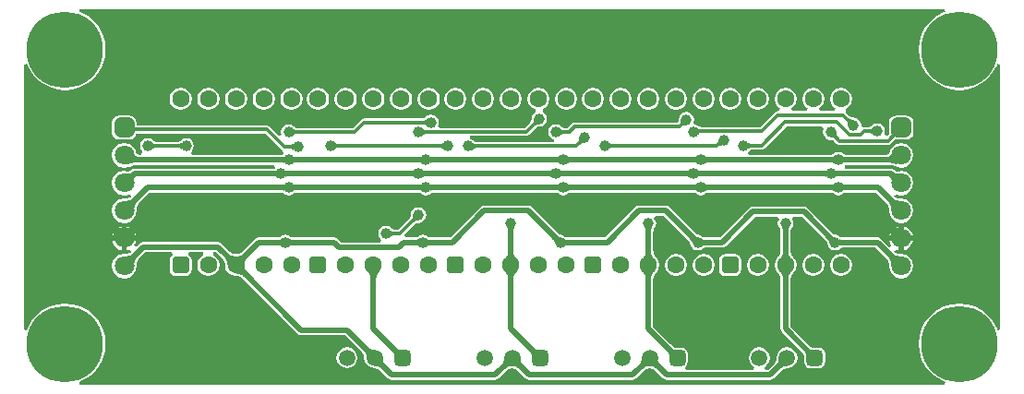
<source format=gtl>
G04*
G04 #@! TF.GenerationSoftware,Altium Limited,Altium Designer,21.2.1 (34)*
G04*
G04 Layer_Physical_Order=1*
G04 Layer_Color=255*
%FSTAX24Y24*%
%MOIN*%
G70*
G04*
G04 #@! TF.SameCoordinates,B5EDC26F-F54B-4B64-A331-42E7CDC04EED*
G04*
G04*
G04 #@! TF.FilePolarity,Positive*
G04*
G01*
G75*
%ADD19C,0.0118*%
%ADD20C,0.0236*%
%ADD21C,0.0197*%
%ADD22C,0.0709*%
G04:AMPARAMS|DCode=23|XSize=70.9mil|YSize=70.9mil|CornerRadius=17.7mil|HoleSize=0mil|Usage=FLASHONLY|Rotation=270.000|XOffset=0mil|YOffset=0mil|HoleType=Round|Shape=RoundedRectangle|*
%AMROUNDEDRECTD23*
21,1,0.0709,0.0354,0,0,270.0*
21,1,0.0354,0.0709,0,0,270.0*
1,1,0.0354,-0.0177,-0.0177*
1,1,0.0354,-0.0177,0.0177*
1,1,0.0354,0.0177,0.0177*
1,1,0.0354,0.0177,-0.0177*
%
%ADD23ROUNDEDRECTD23*%
%ADD24C,0.0591*%
G04:AMPARAMS|DCode=25|XSize=59.1mil|YSize=59.1mil|CornerRadius=14.8mil|HoleSize=0mil|Usage=FLASHONLY|Rotation=180.000|XOffset=0mil|YOffset=0mil|HoleType=Round|Shape=RoundedRectangle|*
%AMROUNDEDRECTD25*
21,1,0.0591,0.0295,0,0,180.0*
21,1,0.0295,0.0591,0,0,180.0*
1,1,0.0295,-0.0148,0.0148*
1,1,0.0295,0.0148,0.0148*
1,1,0.0295,0.0148,-0.0148*
1,1,0.0295,-0.0148,-0.0148*
%
%ADD25ROUNDEDRECTD25*%
%ADD26C,0.2756*%
%ADD27C,0.0630*%
G04:AMPARAMS|DCode=28|XSize=63mil|YSize=63mil|CornerRadius=15.7mil|HoleSize=0mil|Usage=FLASHONLY|Rotation=0.000|XOffset=0mil|YOffset=0mil|HoleType=Round|Shape=RoundedRectangle|*
%AMROUNDEDRECTD28*
21,1,0.0630,0.0315,0,0,0.0*
21,1,0.0315,0.0630,0,0,0.0*
1,1,0.0315,0.0157,-0.0157*
1,1,0.0315,-0.0157,-0.0157*
1,1,0.0315,-0.0157,0.0157*
1,1,0.0315,0.0157,0.0157*
%
%ADD28ROUNDEDRECTD28*%
%ADD29C,0.0394*%
G36*
X055281Y032039D02*
X055229Y032023D01*
X054976Y031888D01*
X054754Y031706D01*
X054572Y031484D01*
X054436Y031231D01*
X054353Y030956D01*
X054325Y030671D01*
X054353Y030385D01*
X054436Y030111D01*
X054572Y029858D01*
X054754Y029636D01*
X054976Y029454D01*
X055229Y029318D01*
X055503Y029235D01*
X055789Y029207D01*
X056074Y029235D01*
X056349Y029318D01*
X056602Y029454D01*
X056824Y029636D01*
X057006Y029858D01*
X057141Y030111D01*
X057157Y030163D01*
X057257Y030148D01*
Y020563D01*
X057157Y020548D01*
X057141Y020601D01*
X057006Y020854D01*
X056824Y021076D01*
X056602Y021258D01*
X056349Y021393D01*
X056074Y021476D01*
X055789Y021505D01*
X055503Y021476D01*
X055229Y021393D01*
X054976Y021258D01*
X054754Y021076D01*
X054572Y020854D01*
X054436Y020601D01*
X054353Y020326D01*
X054325Y020041D01*
X054353Y019755D01*
X054436Y019481D01*
X054572Y019228D01*
X054754Y019006D01*
X054976Y018824D01*
X055229Y018689D01*
X055281Y018673D01*
X055266Y018573D01*
X024028D01*
X024013Y018673D01*
X024065Y018689D01*
X024319Y018824D01*
X02454Y019006D01*
X024722Y019228D01*
X024858Y019481D01*
X024941Y019755D01*
X024969Y020041D01*
X024941Y020326D01*
X024858Y020601D01*
X024722Y020854D01*
X02454Y021076D01*
X024319Y021258D01*
X024065Y021393D01*
X023791Y021476D01*
X023505Y021505D01*
X02322Y021476D01*
X022945Y021393D01*
X022692Y021258D01*
X02247Y021076D01*
X022288Y020854D01*
X022153Y020601D01*
X022137Y020548D01*
X022037Y020563D01*
Y030148D01*
X022137Y030163D01*
X022153Y030111D01*
X022288Y029858D01*
X02247Y029636D01*
X022692Y029454D01*
X022945Y029318D01*
X02322Y029235D01*
X023505Y029207D01*
X023791Y029235D01*
X024065Y029318D01*
X024319Y029454D01*
X02454Y029636D01*
X024722Y029858D01*
X024858Y030111D01*
X024941Y030385D01*
X024969Y030671D01*
X024941Y030956D01*
X024858Y031231D01*
X024722Y031484D01*
X02454Y031706D01*
X024319Y031888D01*
X024065Y032023D01*
X024013Y032039D01*
X024028Y032139D01*
X055266D01*
X055281Y032039D01*
D02*
G37*
%LPC*%
G36*
X048518Y029298D02*
X048365Y029267D01*
X048235Y02918D01*
X048147Y02905D01*
X048117Y028896D01*
X048147Y028743D01*
X048235Y028613D01*
X048365Y028526D01*
X048518Y028495D01*
X048672Y028526D01*
X048802Y028613D01*
X048889Y028743D01*
X04892Y028896D01*
X048889Y02905D01*
X048802Y02918D01*
X048672Y029267D01*
X048518Y029298D01*
D02*
G37*
G36*
X047518D02*
X047365Y029267D01*
X047235Y02918D01*
X047147Y02905D01*
X047117Y028896D01*
X047147Y028743D01*
X047235Y028613D01*
X047365Y028526D01*
X047518Y028495D01*
X047672Y028526D01*
X047802Y028613D01*
X047889Y028743D01*
X04792Y028896D01*
X047889Y02905D01*
X047802Y02918D01*
X047672Y029267D01*
X047518Y029298D01*
D02*
G37*
G36*
X046558D02*
X046404Y029267D01*
X046274Y02918D01*
X046187Y02905D01*
X046156Y028896D01*
X046187Y028743D01*
X046274Y028613D01*
X046404Y028526D01*
X046558Y028495D01*
X046711Y028526D01*
X046842Y028613D01*
X046929Y028743D01*
X046959Y028896D01*
X046929Y02905D01*
X046842Y02918D01*
X046711Y029267D01*
X046558Y029298D01*
D02*
G37*
G36*
X045558D02*
X045404Y029267D01*
X045274Y02918D01*
X045187Y02905D01*
X045156Y028896D01*
X045187Y028743D01*
X045274Y028613D01*
X045404Y028526D01*
X045558Y028495D01*
X045711Y028526D01*
X045842Y028613D01*
X045929Y028743D01*
X045959Y028896D01*
X045929Y02905D01*
X045842Y02918D01*
X045711Y029267D01*
X045558Y029298D01*
D02*
G37*
G36*
X044558D02*
X044404Y029267D01*
X044274Y02918D01*
X044187Y02905D01*
X044156Y028896D01*
X044187Y028743D01*
X044274Y028613D01*
X044404Y028526D01*
X044558Y028495D01*
X044711Y028526D01*
X044842Y028613D01*
X044929Y028743D01*
X044959Y028896D01*
X044929Y02905D01*
X044842Y02918D01*
X044711Y029267D01*
X044558Y029298D01*
D02*
G37*
G36*
X043558D02*
X043404Y029267D01*
X043274Y02918D01*
X043187Y02905D01*
X043156Y028896D01*
X043187Y028743D01*
X043274Y028613D01*
X043404Y028526D01*
X043558Y028495D01*
X043711Y028526D01*
X043842Y028613D01*
X043929Y028743D01*
X043959Y028896D01*
X043929Y02905D01*
X043842Y02918D01*
X043711Y029267D01*
X043558Y029298D01*
D02*
G37*
G36*
X042558D02*
X042404Y029267D01*
X042274Y02918D01*
X042187Y02905D01*
X042156Y028896D01*
X042187Y028743D01*
X042274Y028613D01*
X042404Y028526D01*
X042558Y028495D01*
X042711Y028526D01*
X042842Y028613D01*
X042929Y028743D01*
X042959Y028896D01*
X042929Y02905D01*
X042842Y02918D01*
X042711Y029267D01*
X042558Y029298D01*
D02*
G37*
G36*
X041597D02*
X041443Y029267D01*
X041313Y02918D01*
X041226Y02905D01*
X041196Y028896D01*
X041226Y028743D01*
X041313Y028613D01*
X041443Y028526D01*
X041597Y028495D01*
X041751Y028526D01*
X041881Y028613D01*
X041968Y028743D01*
X041999Y028896D01*
X041968Y02905D01*
X041881Y02918D01*
X041751Y029267D01*
X041597Y029298D01*
D02*
G37*
G36*
X039597D02*
X039443Y029267D01*
X039313Y02918D01*
X039226Y02905D01*
X039196Y028896D01*
X039226Y028743D01*
X039313Y028613D01*
X039443Y028526D01*
X039597Y028495D01*
X039751Y028526D01*
X039881Y028613D01*
X039968Y028743D01*
X039999Y028896D01*
X039968Y02905D01*
X039881Y02918D01*
X039751Y029267D01*
X039597Y029298D01*
D02*
G37*
G36*
X038597D02*
X038443Y029267D01*
X038313Y02918D01*
X038226Y02905D01*
X038196Y028896D01*
X038226Y028743D01*
X038313Y028613D01*
X038443Y028526D01*
X038597Y028495D01*
X038751Y028526D01*
X038881Y028613D01*
X038968Y028743D01*
X038998Y028896D01*
X038968Y02905D01*
X038881Y02918D01*
X038751Y029267D01*
X038597Y029298D01*
D02*
G37*
G36*
X037597D02*
X037443Y029267D01*
X037313Y02918D01*
X037226Y02905D01*
X037196Y028896D01*
X037226Y028743D01*
X037313Y028613D01*
X037443Y028526D01*
X037597Y028495D01*
X037751Y028526D01*
X037881Y028613D01*
X037968Y028743D01*
X037998Y028896D01*
X037968Y02905D01*
X037881Y02918D01*
X037751Y029267D01*
X037597Y029298D01*
D02*
G37*
G36*
X036636D02*
X036483Y029267D01*
X036353Y02918D01*
X036266Y02905D01*
X036235Y028896D01*
X036266Y028743D01*
X036353Y028613D01*
X036483Y028526D01*
X036636Y028495D01*
X03679Y028526D01*
X03692Y028613D01*
X037007Y028743D01*
X037038Y028896D01*
X037007Y02905D01*
X03692Y02918D01*
X03679Y029267D01*
X036636Y029298D01*
D02*
G37*
G36*
X035636D02*
X035483Y029267D01*
X035353Y02918D01*
X035266Y02905D01*
X035235Y028896D01*
X035266Y028743D01*
X035353Y028613D01*
X035483Y028526D01*
X035636Y028495D01*
X03579Y028526D01*
X03592Y028613D01*
X036007Y028743D01*
X036038Y028896D01*
X036007Y02905D01*
X03592Y02918D01*
X03579Y029267D01*
X035636Y029298D01*
D02*
G37*
G36*
X034636D02*
X034483Y029267D01*
X034353Y02918D01*
X034266Y02905D01*
X034235Y028896D01*
X034266Y028743D01*
X034353Y028613D01*
X034483Y028526D01*
X034636Y028495D01*
X03479Y028526D01*
X03492Y028613D01*
X035007Y028743D01*
X035038Y028896D01*
X035007Y02905D01*
X03492Y02918D01*
X03479Y029267D01*
X034636Y029298D01*
D02*
G37*
G36*
X033636D02*
X033483Y029267D01*
X033353Y02918D01*
X033266Y02905D01*
X033235Y028896D01*
X033266Y028743D01*
X033353Y028613D01*
X033483Y028526D01*
X033636Y028495D01*
X03379Y028526D01*
X03392Y028613D01*
X034007Y028743D01*
X034038Y028896D01*
X034007Y02905D01*
X03392Y02918D01*
X03379Y029267D01*
X033636Y029298D01*
D02*
G37*
G36*
X032636D02*
X032483Y029267D01*
X032353Y02918D01*
X032266Y02905D01*
X032235Y028896D01*
X032266Y028743D01*
X032353Y028613D01*
X032483Y028526D01*
X032636Y028495D01*
X03279Y028526D01*
X03292Y028613D01*
X033007Y028743D01*
X033038Y028896D01*
X033007Y02905D01*
X03292Y02918D01*
X03279Y029267D01*
X032636Y029298D01*
D02*
G37*
G36*
X031676D02*
X031522Y029267D01*
X031392Y02918D01*
X031305Y02905D01*
X031274Y028896D01*
X031305Y028743D01*
X031392Y028613D01*
X031522Y028526D01*
X031676Y028495D01*
X031829Y028526D01*
X03196Y028613D01*
X032047Y028743D01*
X032077Y028896D01*
X032047Y02905D01*
X03196Y02918D01*
X031829Y029267D01*
X031676Y029298D01*
D02*
G37*
G36*
X030676D02*
X030522Y029267D01*
X030392Y02918D01*
X030305Y02905D01*
X030274Y028896D01*
X030305Y028743D01*
X030392Y028613D01*
X030522Y028526D01*
X030676Y028495D01*
X030829Y028526D01*
X03096Y028613D01*
X031047Y028743D01*
X031077Y028896D01*
X031047Y02905D01*
X03096Y02918D01*
X030829Y029267D01*
X030676Y029298D01*
D02*
G37*
G36*
X029676D02*
X029522Y029267D01*
X029392Y02918D01*
X029305Y02905D01*
X029274Y028896D01*
X029305Y028743D01*
X029392Y028613D01*
X029522Y028526D01*
X029676Y028495D01*
X029829Y028526D01*
X02996Y028613D01*
X030047Y028743D01*
X030077Y028896D01*
X030047Y02905D01*
X02996Y02918D01*
X029829Y029267D01*
X029676Y029298D01*
D02*
G37*
G36*
X028676D02*
X028522Y029267D01*
X028392Y02918D01*
X028305Y02905D01*
X028274Y028896D01*
X028305Y028743D01*
X028392Y028613D01*
X028522Y028526D01*
X028676Y028495D01*
X028829Y028526D01*
X02896Y028613D01*
X029047Y028743D01*
X029077Y028896D01*
X029047Y02905D01*
X02896Y02918D01*
X028829Y029267D01*
X028676Y029298D01*
D02*
G37*
G36*
X027676D02*
X027522Y029267D01*
X027392Y02918D01*
X027305Y02905D01*
X027274Y028896D01*
X027305Y028743D01*
X027392Y028613D01*
X027522Y028526D01*
X027676Y028495D01*
X027829Y028526D01*
X02796Y028613D01*
X028047Y028743D01*
X028077Y028896D01*
X028047Y02905D01*
X02796Y02918D01*
X027829Y029267D01*
X027676Y029298D01*
D02*
G37*
G36*
X051518D02*
X051365Y029267D01*
X051234Y02918D01*
X051147Y02905D01*
X051117Y028896D01*
X051147Y028743D01*
X051234Y028613D01*
X05132Y028555D01*
X05129Y028455D01*
X050747D01*
X050716Y028555D01*
X050802Y028613D01*
X050889Y028743D01*
X05092Y028896D01*
X050889Y02905D01*
X050802Y02918D01*
X050672Y029267D01*
X050518Y029298D01*
X050365Y029267D01*
X050234Y02918D01*
X050147Y02905D01*
X050117Y028896D01*
X050147Y028743D01*
X050234Y028613D01*
X05032Y028555D01*
X05029Y028455D01*
X049747D01*
X049716Y028555D01*
X049802Y028613D01*
X049889Y028743D01*
X04992Y028896D01*
X049889Y02905D01*
X049802Y02918D01*
X049672Y029267D01*
X049518Y029298D01*
X049365Y029267D01*
X049234Y02918D01*
X049147Y02905D01*
X049117Y028896D01*
X049147Y028743D01*
X049234Y028613D01*
X04932Y028555D01*
X04929Y028455D01*
X049236D01*
X049183Y028445D01*
X049137Y028414D01*
X048605Y027882D01*
X046479D01*
X046471Y027886D01*
X046457Y027886D01*
X046447Y027887D01*
X046435Y02789D01*
X046424Y027892D01*
X046395Y027902D01*
X046382Y027908D01*
X046349Y027925D01*
X046332Y027936D01*
X046317Y027938D01*
X04629Y027956D01*
X046264Y027961D01*
X046194Y028035D01*
X0462Y028068D01*
X046215Y028143D01*
X046194Y028251D01*
X046133Y028342D01*
X046042Y028403D01*
X045934Y028424D01*
X045827Y028403D01*
X045735Y028342D01*
X045675Y028251D01*
X045654Y028147D01*
X045652Y028143D01*
X045652Y028124D01*
X045651Y028109D01*
X045648Y028095D01*
X045646Y028083D01*
X045642Y028071D01*
X045638Y028061D01*
X045634Y028052D01*
X045628Y028044D01*
X045622Y028036D01*
X045618Y028031D01*
X041903D01*
X041849Y02802D01*
X041804Y02799D01*
X041651Y027837D01*
X04154D01*
X041532Y027841D01*
X041518Y027841D01*
X041508Y027843D01*
X041499Y027845D01*
X041489Y027848D01*
X041479Y027852D01*
X041469Y027858D01*
X041458Y027864D01*
X041447Y027873D01*
X041435Y027882D01*
X041422Y027896D01*
X041417Y027897D01*
X041329Y027956D01*
X041222Y027977D01*
X041114Y027956D01*
X041023Y027895D01*
X040962Y027804D01*
X040941Y027696D01*
X040962Y027589D01*
X041023Y027498D01*
X041114Y027437D01*
X041164Y027427D01*
X041154Y027327D01*
X038382D01*
X038374Y027331D01*
X038361Y027331D01*
X038351Y027332D01*
X038342Y027335D01*
X038332Y027338D01*
X038322Y027342D01*
X038312Y027348D01*
X038301Y027354D01*
X03829Y027363D01*
X038278Y027372D01*
X038264Y027386D01*
X03826Y027387D01*
X038172Y027446D01*
X038122Y027456D01*
X038132Y027556D01*
X040149D01*
X040203Y027567D01*
X040248Y027597D01*
X0405Y027849D01*
X040508Y027852D01*
X040518Y027861D01*
X040526Y027867D01*
X040534Y027872D01*
X040543Y027877D01*
X040553Y027881D01*
X040565Y027884D01*
X040577Y027887D01*
X040591Y027889D01*
X040606Y02789D01*
X040625Y027891D01*
X040629Y027892D01*
X040733Y027913D01*
X040824Y027974D01*
X040885Y028065D01*
X040906Y028173D01*
X040885Y02828D01*
X040824Y028371D01*
X040747Y028423D01*
X040745Y028486D01*
X040755Y028528D01*
X040881Y028613D01*
X040968Y028743D01*
X040999Y028896D01*
X040968Y02905D01*
X040881Y02918D01*
X040751Y029267D01*
X040597Y029298D01*
X040443Y029267D01*
X040313Y02918D01*
X040226Y02905D01*
X040196Y028896D01*
X040226Y028743D01*
X040313Y028613D01*
X040443Y028526D01*
X040478Y028519D01*
X040491Y028414D01*
X040426Y028371D01*
X040366Y02828D01*
X040345Y028177D01*
X040343Y028172D01*
X040343Y028153D01*
X040341Y028138D01*
X040339Y028125D01*
X040337Y028112D01*
X040333Y028101D01*
X040329Y028091D01*
X040324Y028082D01*
X040319Y028073D01*
X040313Y028066D01*
X040304Y028056D01*
X040301Y028047D01*
X040091Y027837D01*
X037023D01*
X036969Y027937D01*
X036973Y027942D01*
X036994Y02805D01*
X036973Y028157D01*
X036912Y028248D01*
X036821Y028309D01*
X036713Y028331D01*
X036606Y028309D01*
X036518Y028251D01*
X036513Y028249D01*
X0365Y028236D01*
X036488Y028226D01*
X036477Y028218D01*
X036466Y028211D01*
X036456Y028205D01*
X036446Y028201D01*
X036436Y028198D01*
X036427Y028196D01*
X036417Y028194D01*
X036403Y028194D01*
X036396Y02819D01*
X034304D01*
X034251Y028179D01*
X034205Y028149D01*
X033893Y027837D01*
X031894D01*
X031886Y027841D01*
X031872Y027841D01*
X031863Y027843D01*
X031853Y027845D01*
X031843Y027848D01*
X031833Y027852D01*
X031823Y027858D01*
X031812Y027864D01*
X031801Y027873D01*
X03179Y027882D01*
X031776Y027896D01*
X031772Y027897D01*
X031684Y027956D01*
X031576Y027977D01*
X031469Y027956D01*
X031378Y027895D01*
X031317Y027804D01*
X031295Y027696D01*
X031313Y027606D01*
X031267Y027565D01*
X031231Y027547D01*
X030892Y027886D01*
X030847Y027916D01*
X030793Y027927D01*
X026123D01*
X026115Y027931D01*
X026095Y027931D01*
X02608Y027932D01*
X026078Y027933D01*
Y028033D01*
X026058Y028133D01*
X026002Y028217D01*
X025917Y028274D01*
X025817Y028294D01*
X025463D01*
X025363Y028274D01*
X025278Y028217D01*
X025222Y028133D01*
X025202Y028033D01*
Y027679D01*
X025222Y027579D01*
X025278Y027494D01*
X025363Y027438D01*
X025463Y027418D01*
X025817D01*
X025917Y027438D01*
X026002Y027494D01*
X026058Y027579D01*
X02607Y027639D01*
X02608Y02764D01*
X026095Y027642D01*
X026115Y027642D01*
X026123Y027646D01*
X030735D01*
X031313Y027067D01*
X031359Y027037D01*
X031393Y026934D01*
X031379Y026898D01*
X031375Y026894D01*
X031373Y026893D01*
X03137Y026892D01*
X031365Y026889D01*
X031357Y026887D01*
X031347Y026885D01*
X031337Y026883D01*
X031305Y02688D01*
X031286Y02688D01*
X031279Y026877D01*
X028074D01*
X028043Y026977D01*
X028074Y026998D01*
X028135Y027089D01*
X028156Y027196D01*
X028135Y027304D01*
X028074Y027395D01*
X027983Y027456D01*
X027875Y027477D01*
X027768Y027456D01*
X02768Y027397D01*
X027676Y027396D01*
X027662Y027382D01*
X027651Y027373D01*
X027639Y027364D01*
X027629Y027358D01*
X027618Y027352D01*
X027608Y027348D01*
X027599Y027345D01*
X027589Y027343D01*
X027579Y027341D01*
X027566Y027341D01*
X027558Y027337D01*
X026815D01*
X026807Y027341D01*
X026794Y027341D01*
X026784Y027343D01*
X026774Y027345D01*
X026765Y027348D01*
X026755Y027352D01*
X026744Y027358D01*
X026734Y027364D01*
X026722Y027373D01*
X026711Y027382D01*
X026697Y027396D01*
X026693Y027397D01*
X026605Y027456D01*
X026497Y027477D01*
X02639Y027456D01*
X026299Y027395D01*
X026238Y027304D01*
X026216Y027196D01*
X026238Y027089D01*
X026295Y027003D01*
X02629Y026966D01*
X02627Y026897D01*
X026226Y026882D01*
X026206Y02688D01*
X026206Y02688D01*
X026178Y026881D01*
X026157Y026885D01*
X02614Y02689D01*
X026125Y026897D01*
X026112Y026905D01*
X0261Y026916D01*
X026089Y026929D01*
X026078Y026945D01*
X026068Y026965D01*
X026057Y026993D01*
X026053Y026998D01*
X026048Y027025D01*
X025952Y027168D01*
X025809Y027264D01*
X02564Y027297D01*
X025471Y027264D01*
X025328Y027168D01*
X025232Y027025D01*
X025198Y026856D01*
X025232Y026687D01*
X025328Y026544D01*
X025471Y026448D01*
X02564Y026414D01*
X025782Y026442D01*
X025788Y026442D01*
X025803Y026447D01*
X025809Y026448D01*
X025811Y026449D01*
X025907Y026479D01*
X025942Y026488D01*
X026019Y026502D01*
X026055Y026506D01*
X026132Y026512D01*
X026171Y026513D01*
X026177Y026516D01*
X031023D01*
X031051Y026488D01*
X031075Y026416D01*
X031042Y026381D01*
X031029Y02638D01*
X03101Y02638D01*
X031004Y026377D01*
X026011D01*
X025942Y026363D01*
X025897Y026333D01*
X025883Y026328D01*
X025864Y02631D01*
X025849Y026297D01*
X025835Y026287D01*
X025822Y02628D01*
X025811Y026275D01*
X025803Y026272D01*
X025796Y02627D01*
X025791Y02627D01*
X025787Y026271D01*
X025777Y026273D01*
X025768Y026272D01*
X025761Y026276D01*
X025756Y026274D01*
X02564Y026297D01*
X025471Y026264D01*
X025328Y026168D01*
X025232Y026025D01*
X025198Y025856D01*
X025232Y025687D01*
X025328Y025544D01*
X025471Y025448D01*
X02564Y025414D01*
X025809Y025448D01*
X025905Y025392D01*
X025905Y02539D01*
X025879Y025357D01*
X025866Y025348D01*
X025847Y025336D01*
X025825Y025326D01*
X025801Y025317D01*
X025774Y025309D01*
X025745Y025303D01*
X025714Y025299D01*
X025681Y025296D01*
X02565Y025295D01*
X02564Y025297D01*
X025471Y025264D01*
X025328Y025168D01*
X025232Y025025D01*
X025198Y024856D01*
X025232Y024687D01*
X025328Y024544D01*
X025471Y024448D01*
X02564Y024414D01*
X025809Y024448D01*
X025952Y024544D01*
X026048Y024687D01*
X026082Y024856D01*
X02608Y024865D01*
X02608Y024896D01*
X026083Y02493D01*
X026087Y024961D01*
X026093Y02499D01*
X026101Y025016D01*
X02611Y025041D01*
X026121Y025062D01*
X026133Y025082D01*
X026146Y0251D01*
X026164Y02512D01*
X026166Y025126D01*
X026555Y025516D01*
X031278D01*
X031284Y025513D01*
X031322Y025511D01*
X031336Y02551D01*
X031347Y025508D01*
X031357Y025506D01*
X031365Y025503D01*
X03137Y025501D01*
X031373Y0255D01*
X031375Y025499D01*
X031379Y025495D01*
X031385Y025493D01*
X031469Y025437D01*
X031576Y025415D01*
X031684Y025437D01*
X031768Y025493D01*
X031773Y025495D01*
X031778Y025499D01*
X031779Y0255D01*
X031782Y025501D01*
X031788Y025503D01*
X031795Y025506D01*
X031805Y025508D01*
X031816Y02551D01*
X031848Y025512D01*
X031866Y025513D01*
X031873Y025516D01*
X036239D01*
X036245Y025513D01*
X036283Y025511D01*
X036296Y02551D01*
X036308Y025508D01*
X036318Y025506D01*
X036326Y025503D01*
X036331Y025501D01*
X036334Y0255D01*
X036335Y025499D01*
X03634Y025495D01*
X036345Y025493D01*
X036429Y025437D01*
X036537Y025415D01*
X036644Y025437D01*
X036727Y025492D01*
X036733Y025494D01*
X036737Y025497D01*
X036738Y025498D01*
X036742Y0255D01*
X036749Y025502D01*
X036759Y025505D01*
X036773Y025508D01*
X036788Y02551D01*
X036829Y025512D01*
X036853Y025513D01*
X03686Y025516D01*
X041199D01*
X041206Y025513D01*
X041244Y025511D01*
X041257Y02551D01*
X041269Y025508D01*
X041279Y025506D01*
X041286Y025503D01*
X041292Y025501D01*
X041295Y0255D01*
X041296Y025499D01*
X0413Y025495D01*
X041306Y025493D01*
X04139Y025437D01*
X041497Y025415D01*
X041605Y025437D01*
X041688Y025492D01*
X041694Y025494D01*
X041698Y025497D01*
X041698Y025498D01*
X041702Y0255D01*
X04171Y025502D01*
X04172Y025505D01*
X041733Y025508D01*
X041748Y02551D01*
X04179Y025512D01*
X041814Y025513D01*
X041821Y025516D01*
X04616D01*
X046166Y025513D01*
X046204Y025511D01*
X046217Y02551D01*
X046229Y025508D01*
X046239Y025506D01*
X046247Y025503D01*
X046252Y025501D01*
X046255Y0255D01*
X046257Y025499D01*
X046261Y025495D01*
X046267Y025493D01*
X046351Y025437D01*
X046458Y025415D01*
X046566Y025437D01*
X046648Y025492D01*
X046654Y025494D01*
X046658Y025497D01*
X046659Y025498D01*
X046663Y0255D01*
X04667Y025502D01*
X04668Y025505D01*
X046694Y025508D01*
X046709Y02551D01*
X04675Y025512D01*
X046774Y025513D01*
X046781Y025516D01*
X05112D01*
X051127Y025513D01*
X051165Y025511D01*
X051178Y02551D01*
X05119Y025508D01*
X0512Y025506D01*
X051207Y025503D01*
X051213Y025501D01*
X051216Y0255D01*
X051217Y025499D01*
X051222Y025495D01*
X051227Y025493D01*
X051311Y025437D01*
X051419Y025415D01*
X051526Y025437D01*
X051609Y025492D01*
X051615Y025494D01*
X051619Y025497D01*
X05162Y025498D01*
X051624Y0255D01*
X051631Y025502D01*
X051641Y025505D01*
X051654Y025508D01*
X05167Y02551D01*
X051711Y025512D01*
X051735Y025513D01*
X051742Y025516D01*
X052775D01*
X053164Y025126D01*
X053167Y02512D01*
X053184Y0251D01*
X053198Y025082D01*
X05321Y025062D01*
X05322Y025041D01*
X05323Y025016D01*
X053237Y02499D01*
X053243Y024961D01*
X053248Y02493D01*
X05325Y024896D01*
X053251Y024865D01*
X053249Y024856D01*
X053282Y024687D01*
X053378Y024544D01*
X053521Y024448D01*
X05369Y024414D01*
X053859Y024448D01*
X054003Y024544D01*
X054098Y024687D01*
X054132Y024856D01*
X054098Y025025D01*
X054003Y025168D01*
X053859Y025264D01*
X05369Y025297D01*
X053681Y025295D01*
X05365Y025296D01*
X053616Y025299D01*
X053585Y025303D01*
X053556Y025309D01*
X05353Y025317D01*
X053506Y025326D01*
X053484Y025336D01*
X053464Y025348D01*
X053452Y025357D01*
X053426Y02539D01*
X053425Y025392D01*
X053521Y025448D01*
X05369Y025414D01*
X053859Y025448D01*
X054003Y025544D01*
X054098Y025687D01*
X054132Y025856D01*
X054098Y026025D01*
X054003Y026168D01*
X053859Y026264D01*
X05369Y026297D01*
X053574Y026274D01*
X05357Y026276D01*
X053562Y026272D01*
X053553Y026273D01*
X053543Y026271D01*
X053539Y02627D01*
X053534Y02627D01*
X053527Y026272D01*
X053519Y026275D01*
X053508Y02628D01*
X053496Y026287D01*
X053481Y026297D01*
X053466Y02631D01*
X053447Y026328D01*
X053433Y026333D01*
X053388Y026363D01*
X053319Y026377D01*
X0517D01*
X05167Y026399D01*
X051643Y026477D01*
X051661Y026499D01*
X051679Y02651D01*
X051711Y026512D01*
X051735Y026513D01*
X051742Y026516D01*
X053152D01*
X053158Y026513D01*
X053237Y02651D01*
X053273Y026507D01*
X05335Y026495D01*
X053386Y026488D01*
X053502Y026456D01*
X053517Y026451D01*
X053521Y026448D01*
X053531Y026446D01*
X05354Y026443D01*
X05354Y026443D01*
X05354Y026443D01*
X053546Y026443D01*
X05369Y026414D01*
X053859Y026448D01*
X054003Y026544D01*
X054098Y026687D01*
X054132Y026856D01*
X054098Y027025D01*
X054003Y027168D01*
X053859Y027264D01*
X05369Y027297D01*
X053521Y027264D01*
X053378Y027168D01*
X053282Y027025D01*
X053277Y026998D01*
X053273Y026993D01*
X053262Y026965D01*
X053252Y026945D01*
X053242Y026929D01*
X05323Y026916D01*
X053218Y026905D01*
X053205Y026897D01*
X05319Y02689D01*
X053173Y026885D01*
X053152Y026881D01*
X053124Y02688D01*
X05312Y026878D01*
X053115Y026879D01*
X053112Y026877D01*
X051742D01*
X051735Y02688D01*
X051711Y02688D01*
X05167Y026883D01*
X051654Y026885D01*
X051641Y026888D01*
X051631Y026891D01*
X051624Y026893D01*
X05162Y026895D01*
X051619Y026895D01*
X051615Y026899D01*
X051609Y026901D01*
X051526Y026956D01*
X051419Y026977D01*
X051311Y026956D01*
X051227Y0269D01*
X051222Y026898D01*
X051217Y026894D01*
X051216Y026893D01*
X051213Y026892D01*
X051207Y026889D01*
X0512Y026887D01*
X05119Y026885D01*
X051179Y026883D01*
X051147Y02688D01*
X051129Y02688D01*
X051122Y026877D01*
X048186D01*
X048156Y026977D01*
X048198Y027006D01*
X048203Y027007D01*
X048216Y02702D01*
X048228Y02703D01*
X048239Y027038D01*
X04825Y027045D01*
X04826Y027051D01*
X04827Y027055D01*
X04828Y027058D01*
X048289Y02706D01*
X048299Y027062D01*
X048313Y027062D01*
X04832Y027066D01*
X048649D01*
X048703Y027077D01*
X048748Y027107D01*
X049553Y027912D01*
X050835D01*
X050889Y027812D01*
X050884Y027804D01*
X050862Y027696D01*
X050884Y027589D01*
X050944Y027498D01*
X051036Y027437D01*
X051139Y027416D01*
X051143Y027414D01*
X051162Y027414D01*
X051178Y027413D01*
X051191Y027411D01*
X051204Y027408D01*
X051215Y027404D01*
X051225Y0274D01*
X051234Y027396D01*
X051242Y02739D01*
X05125Y027385D01*
X05126Y027375D01*
X051268Y027372D01*
X051364Y027277D01*
X051409Y027247D01*
X051463Y027236D01*
X053211D01*
X053265Y027247D01*
X05331Y027277D01*
X053404Y027371D01*
X053413Y027375D01*
X053433Y027393D01*
X053449Y027408D01*
X053463Y027418D01*
X053474Y027426D01*
X053499Y027421D01*
X053504Y027418D01*
X053506Y027419D01*
X053513Y027418D01*
X053867D01*
X053967Y027438D01*
X054052Y027494D01*
X054109Y027579D01*
X054128Y027679D01*
Y028033D01*
X054109Y028133D01*
X054052Y028217D01*
X053967Y028274D01*
X053867Y028294D01*
X053513D01*
X053413Y028274D01*
X053329Y028217D01*
X053272Y028133D01*
X053252Y028033D01*
Y027679D01*
X053254Y027672D01*
X053253Y02767D01*
X053255Y027664D01*
X05326Y027639D01*
X053254Y02763D01*
X053227Y027597D01*
X053209Y027579D01*
X05319Y027573D01*
X053169Y027578D01*
X053084Y027625D01*
X053106Y027732D01*
X053084Y02784D01*
X053023Y027931D01*
X052932Y027992D01*
X052825Y028013D01*
X052717Y027992D01*
X052629Y027933D01*
X052625Y027931D01*
X052611Y027918D01*
X0526Y027909D01*
X052589Y0279D01*
X052578Y027894D01*
X052568Y027888D01*
X052558Y027884D01*
X052548Y027881D01*
X052538Y027878D01*
X052529Y027877D01*
X052515Y027876D01*
X052507Y027873D01*
X052351D01*
X052328Y027868D01*
X052258Y027921D01*
X052241Y027945D01*
X052242Y02795D01*
X052221Y028058D01*
X05216Y028149D01*
X052069Y02821D01*
X051965Y028231D01*
X051961Y028233D01*
X051942Y028233D01*
X051927Y028234D01*
X051913Y028236D01*
X051901Y028239D01*
X05189Y028242D01*
X05188Y028247D01*
X051871Y028251D01*
X051862Y028256D01*
X051854Y028262D01*
X051844Y028271D01*
X051836Y028274D01*
X051697Y028414D01*
X05168Y028425D01*
X051676Y028475D01*
X051682Y028528D01*
X051684Y028534D01*
X051802Y028613D01*
X051889Y028743D01*
X05192Y028896D01*
X051889Y02905D01*
X051802Y02918D01*
X051672Y029267D01*
X051518Y029298D01*
D02*
G37*
G36*
X053592Y024278D02*
X053521Y024264D01*
X053498Y024248D01*
X053521Y024238D01*
X053552Y024228D01*
X053583Y02422D01*
X053592Y024218D01*
Y024278D01*
D02*
G37*
G36*
X025542D02*
X025471Y024264D01*
X025448Y024248D01*
X025471Y024238D01*
X025501Y024228D01*
X025533Y02422D01*
X025542Y024218D01*
Y024278D01*
D02*
G37*
G36*
X025738D02*
Y024218D01*
X025747Y02422D01*
X025779Y024228D01*
X025809Y024238D01*
X025832Y024248D01*
X025809Y024264D01*
X025738Y024278D01*
D02*
G37*
G36*
X026032Y024048D02*
X026022Y024025D01*
X026012Y023995D01*
X026004Y023963D01*
X026003Y023954D01*
X026062D01*
X026048Y024025D01*
X026032Y024048D01*
D02*
G37*
G36*
X053789Y024278D02*
Y023954D01*
X054112D01*
X054098Y024025D01*
X054003Y024168D01*
X053859Y024264D01*
X053789Y024278D01*
D02*
G37*
G36*
X025738Y024115D02*
Y023954D01*
X025899D01*
X025738Y024115D01*
D02*
G37*
G36*
X025542D02*
X025381Y023954D01*
X025542D01*
Y024115D01*
D02*
G37*
G36*
X053592D02*
X053431Y023954D01*
X053592D01*
Y024115D01*
D02*
G37*
G36*
X053298Y024048D02*
X053282Y024025D01*
X053268Y023954D01*
X053328D01*
X053326Y023963D01*
X053318Y023995D01*
X053308Y024025D01*
X053298Y024048D01*
D02*
G37*
G36*
X025248D02*
X025232Y024025D01*
X025218Y023954D01*
X025277D01*
X025276Y023963D01*
X025268Y023995D01*
X025258Y024025D01*
X025248Y024048D01*
D02*
G37*
G36*
X045188Y025037D02*
X044229D01*
X04416Y025023D01*
X044101Y024984D01*
X043002Y023885D01*
X041678D01*
X041671Y023888D01*
X041633Y023889D01*
X04162Y023891D01*
X041608Y023893D01*
X041598Y023895D01*
X041591Y023897D01*
X041585Y023899D01*
X041582Y023901D01*
X041581Y023902D01*
X041577Y023906D01*
X041571Y023908D01*
X041487Y023964D01*
X041388Y023984D01*
X041382Y023986D01*
X041377Y023987D01*
X041375Y023987D01*
X041372Y023988D01*
X041366Y02399D01*
X041359Y023994D01*
X041351Y023999D01*
X041342Y024006D01*
X041317Y024026D01*
X041304Y024039D01*
X041297Y024042D01*
X040355Y024984D01*
X040296Y025023D01*
X040227Y025037D01*
X038636D01*
X038567Y025023D01*
X038509Y024984D01*
X03741Y023885D01*
X036717D01*
X036711Y023888D01*
X036673Y023889D01*
X036659Y023891D01*
X036647Y023893D01*
X036638Y023895D01*
X03663Y023897D01*
X036625Y023899D01*
X036621Y023901D01*
X03662Y023902D01*
X036616Y023906D01*
X03661Y023908D01*
X036526Y023964D01*
X036419Y023985D01*
X036311Y023964D01*
X036227Y023908D01*
X036222Y023906D01*
X036217Y023902D01*
X036216Y023901D01*
X036213Y023899D01*
X036207Y023897D01*
X0362Y023895D01*
X03619Y023893D01*
X036179Y023891D01*
X036147Y023888D01*
X036129Y023888D01*
X036122Y023885D01*
X03579D01*
X035748Y023985D01*
X036136Y024372D01*
X036144Y024375D01*
X036154Y024385D01*
X036162Y02439D01*
X03617Y024396D01*
X03618Y0244D01*
X03619Y024404D01*
X036201Y024408D01*
X036213Y024411D01*
X036227Y024413D01*
X036242Y024414D01*
X036261Y024414D01*
X036265Y024416D01*
X036369Y024437D01*
X03646Y024498D01*
X036521Y024589D01*
X036542Y024696D01*
X036521Y024804D01*
X03646Y024895D01*
X036369Y024956D01*
X036261Y024977D01*
X036154Y024956D01*
X036063Y024895D01*
X036002Y024804D01*
X035981Y0247D01*
X035979Y024696D01*
X035979Y024677D01*
X035978Y024662D01*
X035976Y024648D01*
X035973Y024636D01*
X035969Y024625D01*
X035965Y024615D01*
X035961Y024605D01*
X035955Y024597D01*
X03595Y024589D01*
X03594Y024579D01*
X035937Y024571D01*
X035534Y024168D01*
X035411D01*
X035403Y024171D01*
X035389Y024172D01*
X03538Y024173D01*
X03537Y024175D01*
X03536Y024179D01*
X03535Y024183D01*
X03534Y024188D01*
X035329Y024195D01*
X035318Y024203D01*
X035307Y024213D01*
X035293Y024226D01*
X035289Y024228D01*
X035201Y024287D01*
X035093Y024308D01*
X034986Y024287D01*
X034895Y024226D01*
X034834Y024135D01*
X034812Y024027D01*
X034834Y02392D01*
X034895Y023828D01*
X034927Y023807D01*
X034896Y023707D01*
X033474D01*
X033349Y023832D01*
X03329Y023871D01*
X033221Y023885D01*
X031756D01*
X03175Y023888D01*
X031712Y023889D01*
X031699Y023891D01*
X031687Y023893D01*
X031677Y023895D01*
X031669Y023897D01*
X031664Y023899D01*
X031661Y023901D01*
X03166Y023902D01*
X031655Y023906D01*
X03165Y023908D01*
X031566Y023964D01*
X031458Y023985D01*
X031351Y023964D01*
X031267Y023908D01*
X031261Y023906D01*
X031257Y023902D01*
X031255Y023901D01*
X031252Y023899D01*
X031247Y023897D01*
X031239Y023895D01*
X031229Y023893D01*
X031217Y023891D01*
X031204Y023889D01*
X031166Y023888D01*
X03116Y023885D01*
X030484D01*
X030415Y023871D01*
X030356Y023832D01*
X0299Y023376D01*
X029894Y023374D01*
X029876Y023357D01*
X029859Y023345D01*
X029842Y023333D01*
X029823Y023324D01*
X029803Y023316D01*
X029782Y023309D01*
X029759Y023303D01*
X029734Y023299D01*
X029708Y023297D01*
X029682Y023297D01*
X029676Y023298D01*
X02967Y023297D01*
X029644Y023297D01*
X029617Y023299D01*
X029593Y023303D01*
X02957Y023309D01*
X029549Y023316D01*
X029529Y023324D01*
X02951Y023333D01*
X029493Y023345D01*
X029476Y023357D01*
X029458Y023374D01*
X029451Y023376D01*
X029164Y023664D01*
X029105Y023703D01*
X029036Y023717D01*
X026321D01*
X026251Y023703D01*
X026193Y023664D01*
X026073Y023544D01*
X025995Y023608D01*
X026048Y023687D01*
X026062Y023757D01*
X025738D01*
Y023434D01*
X025809Y023448D01*
X025905Y023392D01*
X025905Y02339D01*
X025879Y023357D01*
X025866Y023348D01*
X025847Y023336D01*
X025825Y023326D01*
X025801Y023317D01*
X025774Y023309D01*
X025745Y023303D01*
X025714Y023299D01*
X025681Y023296D01*
X02565Y023295D01*
X02564Y023297D01*
X025471Y023264D01*
X025328Y023168D01*
X025232Y023025D01*
X025198Y022856D01*
X025232Y022687D01*
X025328Y022544D01*
X025471Y022448D01*
X02564Y022414D01*
X025809Y022448D01*
X025952Y022544D01*
X026048Y022687D01*
X026082Y022856D01*
X02608Y022865D01*
X02608Y022896D01*
X026083Y02293D01*
X026087Y022961D01*
X026093Y02299D01*
X026101Y023016D01*
X02611Y023041D01*
X026121Y023062D01*
X026133Y023082D01*
X026146Y0231D01*
X026164Y02312D01*
X026166Y023126D01*
X026395Y023356D01*
X027365D01*
X027395Y023256D01*
X027348Y023224D01*
X027296Y023146D01*
X027278Y023054D01*
Y022739D01*
X027296Y022647D01*
X027348Y022569D01*
X027426Y022516D01*
X027518Y022498D01*
X027833D01*
X027925Y022516D01*
X028004Y022569D01*
X028056Y022647D01*
X028074Y022739D01*
Y023054D01*
X028056Y023146D01*
X028004Y023224D01*
X027956Y023256D01*
X027987Y023356D01*
X028488D01*
X028496Y023336D01*
X028505Y023256D01*
X028392Y02318D01*
X028305Y02305D01*
X028274Y022896D01*
X028305Y022743D01*
X028392Y022613D01*
X028522Y022526D01*
X028676Y022495D01*
X028829Y022526D01*
X02896Y022613D01*
X029047Y022743D01*
X029077Y022896D01*
X029047Y02305D01*
X02896Y02318D01*
X028847Y023256D01*
X028856Y023336D01*
X028863Y023356D01*
X028961D01*
X029196Y023121D01*
X029198Y023114D01*
X029215Y023096D01*
X029228Y02308D01*
X029239Y023062D01*
X029248Y023044D01*
X029257Y023024D01*
X029264Y023002D01*
X029269Y022979D01*
X029273Y022955D01*
X029275Y022928D01*
X029276Y022902D01*
X029274Y022896D01*
X029305Y022743D01*
X029392Y022613D01*
X029522Y022526D01*
X029676Y022495D01*
X029682Y022496D01*
X029708Y022496D01*
X029734Y022493D01*
X029759Y022489D01*
X029782Y022484D01*
X029803Y022477D01*
X029823Y022469D01*
X029842Y022459D01*
X029859Y022448D01*
X029876Y022436D01*
X029894Y022419D01*
X0299Y022416D01*
X031908Y020409D01*
X031967Y020369D01*
X032036Y020356D01*
X033612D01*
X03423Y019738D01*
X034232Y019732D01*
X034248Y019714D01*
X034261Y019699D01*
X034271Y019682D01*
X034281Y019665D01*
X034288Y019648D01*
X034295Y019629D01*
X0343Y019609D01*
X034303Y019588D01*
X034305Y019565D01*
X034306Y019541D01*
X034305Y019537D01*
X034334Y019391D01*
X034417Y019268D01*
X034541Y019185D01*
X034686Y019156D01*
X03469Y019157D01*
X034714Y019156D01*
X034737Y019154D01*
X034758Y01915D01*
X034778Y019145D01*
X034797Y019139D01*
X034815Y019131D01*
X034832Y019122D01*
X034848Y019111D01*
X034864Y019099D01*
X034881Y019083D01*
X034888Y01908D01*
X03517Y018799D01*
X035228Y018759D01*
X035297Y018746D01*
X039036D01*
X039105Y018759D01*
X039164Y018799D01*
X039446Y01908D01*
X039452Y019083D01*
X03947Y019099D01*
X039486Y019111D01*
X039502Y019122D01*
X039519Y019131D01*
X039537Y019139D01*
X039556Y019145D01*
X039576Y01915D01*
X039597Y019154D01*
X039619Y019156D01*
X039643Y019157D01*
X039647Y019156D01*
X039651Y019157D01*
X039675Y019156D01*
X039697Y019154D01*
X039719Y01915D01*
X039739Y019145D01*
X039757Y019139D01*
X039775Y019131D01*
X039792Y019122D01*
X039809Y019111D01*
X039824Y019099D01*
X039842Y019083D01*
X039848Y01908D01*
X04013Y018799D01*
X040189Y018759D01*
X040258Y018746D01*
X043997D01*
X044066Y018759D01*
X044125Y018799D01*
X044406Y01908D01*
X044413Y019083D01*
X044431Y019099D01*
X044446Y019111D01*
X044463Y019122D01*
X04448Y019131D01*
X044497Y019139D01*
X044516Y019145D01*
X044536Y01915D01*
X044557Y019154D01*
X04458Y019156D01*
X044604Y019157D01*
X044608Y019156D01*
X044612Y019157D01*
X044635Y019156D01*
X044658Y019154D01*
X044679Y01915D01*
X044699Y019145D01*
X044718Y019139D01*
X044736Y019131D01*
X044753Y019122D01*
X044769Y019111D01*
X044785Y019099D01*
X044802Y019083D01*
X044809Y01908D01*
X045091Y018799D01*
X045149Y018759D01*
X045219Y018746D01*
X048958D01*
X049027Y018759D01*
X049085Y018799D01*
X049367Y01908D01*
X049374Y019083D01*
X049391Y019099D01*
X049407Y019111D01*
X049423Y019122D01*
X04944Y019131D01*
X049458Y019139D01*
X049477Y019145D01*
X049497Y01915D01*
X049518Y019154D01*
X049541Y019156D01*
X049564Y019157D01*
X049568Y019156D01*
X049714Y019185D01*
X049838Y019268D01*
X049921Y019391D01*
X04995Y019537D01*
X049921Y019683D01*
X049838Y019807D01*
X049714Y019889D01*
X049568Y019919D01*
X049422Y019889D01*
X049299Y019807D01*
X049216Y019683D01*
X049187Y019537D01*
X049188Y019533D01*
X049187Y019509D01*
X049185Y019487D01*
X049182Y019466D01*
X049177Y019446D01*
X04917Y019427D01*
X049162Y019409D01*
X049153Y019392D01*
X049143Y019376D01*
X04913Y01936D01*
X049114Y019342D01*
X049112Y019336D01*
X048883Y019107D01*
X048778D01*
X048747Y019207D01*
X048838Y019268D01*
X048921Y019391D01*
X04895Y019537D01*
X048921Y019683D01*
X048838Y019807D01*
X048714Y019889D01*
X048568Y019919D01*
X048422Y019889D01*
X048299Y019807D01*
X048216Y019683D01*
X048187Y019537D01*
X048216Y019391D01*
X048299Y019268D01*
X048389Y019207D01*
X048359Y019107D01*
X04592D01*
X04589Y019207D01*
X045919Y019226D01*
X045969Y019301D01*
X045986Y01939D01*
Y019685D01*
X045969Y019773D01*
X045919Y019848D01*
X045844Y019898D01*
X045755Y019916D01*
X045593D01*
X045591Y019917D01*
X045589Y019916D01*
X045512D01*
X045503Y01992D01*
X045478Y019938D01*
X045411Y019995D01*
X045373Y020032D01*
X045366Y020035D01*
X044738Y020662D01*
Y022398D01*
X044741Y022405D01*
X044742Y022429D01*
X044745Y02245D01*
X04475Y02247D01*
X044756Y02249D01*
X044764Y02251D01*
X044774Y02253D01*
X044787Y02255D01*
X044801Y02257D01*
X044818Y02259D01*
X044837Y022609D01*
X044842Y022613D01*
X044929Y022743D01*
X044959Y022896D01*
X044929Y02305D01*
X044842Y02318D01*
X044837Y023184D01*
X044818Y023202D01*
X044801Y023223D01*
X044787Y023243D01*
X044774Y023263D01*
X044764Y023283D01*
X044756Y023303D01*
X04475Y023323D01*
X044745Y023343D01*
X044742Y023363D01*
X044741Y023388D01*
X044738Y023394D01*
Y024097D01*
X044741Y024104D01*
X044743Y024142D01*
X044744Y024155D01*
X044746Y024166D01*
X044748Y024176D01*
X044751Y024184D01*
X044753Y024189D01*
X044755Y024192D01*
X044755Y024193D01*
X044759Y024198D01*
X044761Y024202D01*
X044819Y024289D01*
X04484Y024396D01*
X044819Y024504D01*
X044771Y024576D01*
X044794Y024645D01*
X044815Y024676D01*
X045113D01*
X046001Y023787D01*
X046004Y023781D01*
X04603Y023753D01*
X046038Y023743D01*
X046045Y023733D01*
X04605Y023724D01*
X046054Y023717D01*
X046056Y023712D01*
X046057Y023708D01*
X046058Y023707D01*
X046058Y023701D01*
X046061Y023696D01*
X04608Y023597D01*
X046141Y023506D01*
X046232Y023445D01*
X04634Y023423D01*
X046448Y023445D01*
X046531Y023501D01*
X046537Y023503D01*
X046541Y023507D01*
X046543Y023507D01*
X046546Y023509D01*
X046551Y023511D01*
X046559Y023514D01*
X046569Y023516D01*
X04658Y023518D01*
X046612Y02352D01*
X04663Y023521D01*
X046637Y023524D01*
X047217D01*
X047286Y023537D01*
X047344Y023577D01*
X048414Y024646D01*
X049235D01*
X049288Y024546D01*
X04926Y024504D01*
X049239Y024396D01*
X04926Y024289D01*
X049314Y024208D01*
X049317Y024201D01*
X049321Y024197D01*
X049322Y024195D01*
X049323Y024192D01*
X049325Y024186D01*
X049328Y024179D01*
X04933Y024169D01*
X049332Y024158D01*
X049334Y024126D01*
X049335Y024107D01*
X049338Y0241D01*
Y023394D01*
X049335Y023388D01*
X049334Y023363D01*
X049331Y023343D01*
X049327Y023323D01*
X04932Y023303D01*
X049312Y023283D01*
X049302Y023263D01*
X049289Y023243D01*
X049275Y023223D01*
X049258Y023202D01*
X049239Y023184D01*
X049234Y02318D01*
X049147Y02305D01*
X049117Y022896D01*
X049147Y022743D01*
X049234Y022613D01*
X049239Y022609D01*
X049258Y02259D01*
X049275Y02257D01*
X049289Y02255D01*
X049302Y02253D01*
X049312Y02251D01*
X04932Y02249D01*
X049327Y02247D01*
X049331Y02245D01*
X049334Y022429D01*
X049335Y022405D01*
X049338Y022398D01*
Y020587D01*
X049351Y020518D01*
X049391Y020459D01*
X05007Y01978D01*
X050072Y019774D01*
X050143Y019698D01*
X050167Y019668D01*
X050185Y019641D01*
X05019Y019633D01*
Y019556D01*
X050189Y019554D01*
X05019Y019552D01*
Y01939D01*
X050207Y019301D01*
X050258Y019226D01*
X050332Y019176D01*
X050421Y019159D01*
X050716D01*
X050804Y019176D01*
X050879Y019226D01*
X050929Y019301D01*
X050947Y01939D01*
Y019685D01*
X050929Y019773D01*
X050879Y019848D01*
X050804Y019898D01*
X050716Y019916D01*
X050554D01*
X050551Y019917D01*
X050549Y019916D01*
X050472D01*
X050464Y01992D01*
X050439Y019938D01*
X050371Y019995D01*
X050333Y020032D01*
X050326Y020035D01*
X049699Y020662D01*
Y022398D01*
X049702Y022405D01*
X049703Y022429D01*
X049706Y02245D01*
X04971Y02247D01*
X049716Y02249D01*
X049725Y02251D01*
X049735Y02253D01*
X049747Y02255D01*
X049762Y02257D01*
X049779Y02259D01*
X049797Y022609D01*
X049802Y022613D01*
X049889Y022743D01*
X04992Y022896D01*
X049889Y02305D01*
X049802Y02318D01*
X049797Y023184D01*
X049779Y023202D01*
X049762Y023223D01*
X049747Y023243D01*
X049735Y023263D01*
X049725Y023283D01*
X049716Y023303D01*
X04971Y023323D01*
X049706Y023343D01*
X049703Y023363D01*
X049702Y023388D01*
X049699Y023394D01*
Y024097D01*
X049702Y024104D01*
X049703Y024142D01*
X049705Y024155D01*
X049707Y024166D01*
X049709Y024176D01*
X049711Y024184D01*
X049714Y024189D01*
X049715Y024192D01*
X049716Y024193D01*
X04972Y024198D01*
X049721Y024202D01*
X04978Y024289D01*
X049801Y024396D01*
X04978Y024504D01*
X049752Y024546D01*
X049805Y024646D01*
X050104D01*
X050962Y023787D01*
X050964Y023781D01*
X05099Y023753D01*
X050999Y023743D01*
X051006Y023733D01*
X051011Y023724D01*
X051015Y023717D01*
X051017Y023712D01*
X051018Y023708D01*
X051018Y023707D01*
X051019Y023701D01*
X051021Y023696D01*
X051041Y023597D01*
X051102Y023506D01*
X051193Y023445D01*
X051301Y023423D01*
X051408Y023445D01*
X051492Y023501D01*
X051498Y023503D01*
X051502Y023507D01*
X051503Y023507D01*
X051507Y023509D01*
X051512Y023511D01*
X05152Y023514D01*
X051529Y023516D01*
X05154Y023518D01*
X051572Y02352D01*
X051591Y023521D01*
X051598Y023524D01*
X052767D01*
X053164Y023126D01*
X053167Y02312D01*
X053184Y0231D01*
X053198Y023082D01*
X05321Y023062D01*
X05322Y023041D01*
X05323Y023016D01*
X053237Y02299D01*
X053243Y022961D01*
X053248Y02293D01*
X05325Y022896D01*
X053251Y022865D01*
X053249Y022856D01*
X053282Y022687D01*
X053378Y022544D01*
X053521Y022448D01*
X05369Y022414D01*
X053859Y022448D01*
X054003Y022544D01*
X054098Y022687D01*
X054132Y022856D01*
X054098Y023025D01*
X054003Y023168D01*
X053859Y023264D01*
X05369Y023297D01*
X053681Y023295D01*
X05365Y023296D01*
X053616Y023299D01*
X053585Y023303D01*
X053556Y023309D01*
X05353Y023317D01*
X053506Y023326D01*
X053484Y023336D01*
X053464Y023348D01*
X053452Y023357D01*
X053426Y02339D01*
X053425Y023392D01*
X053521Y023448D01*
X053592Y023434D01*
Y023757D01*
X053268D01*
X053282Y023687D01*
X053335Y023608D01*
X053257Y023544D01*
X05297Y023832D01*
X052911Y023871D01*
X052842Y023885D01*
X051599D01*
X051592Y023888D01*
X051554Y023889D01*
X051541Y023891D01*
X051529Y023893D01*
X05152Y023895D01*
X051512Y023897D01*
X051507Y023899D01*
X051503Y023901D01*
X051502Y023902D01*
X051498Y023906D01*
X051492Y023908D01*
X051408Y023964D01*
X051309Y023984D01*
X051304Y023986D01*
X051298Y023987D01*
X051296Y023987D01*
X051293Y023988D01*
X051288Y02399D01*
X051281Y023994D01*
X051272Y023999D01*
X051263Y024006D01*
X051239Y024026D01*
X051225Y024039D01*
X051218Y024042D01*
X050306Y024954D01*
X050248Y024993D01*
X050178Y025007D01*
X048339D01*
X04827Y024993D01*
X048211Y024954D01*
X047142Y023885D01*
X046638D01*
X046632Y023888D01*
X046594Y023889D01*
X046581Y023891D01*
X046569Y023893D01*
X046559Y023895D01*
X046551Y023897D01*
X046546Y023899D01*
X046543Y023901D01*
X046541Y023902D01*
X046537Y023906D01*
X046531Y023908D01*
X046448Y023964D01*
X046348Y023984D01*
X046343Y023986D01*
X046337Y023987D01*
X046336Y023987D01*
X046332Y023988D01*
X046327Y02399D01*
X04632Y023994D01*
X046311Y023999D01*
X046302Y024006D01*
X046278Y024026D01*
X046265Y024039D01*
X046258Y024042D01*
X045316Y024984D01*
X045257Y025023D01*
X045188Y025037D01*
D02*
G37*
G36*
X054112Y023757D02*
X053789D01*
Y023434D01*
X053859Y023448D01*
X054003Y023544D01*
X054098Y023687D01*
X054112Y023757D01*
D02*
G37*
G36*
X025542D02*
X025218D01*
X025232Y023687D01*
X025328Y023544D01*
X025471Y023448D01*
X025542Y023434D01*
Y023757D01*
D02*
G37*
G36*
X047676Y023295D02*
X047361D01*
X047269Y023276D01*
X047191Y023224D01*
X047138Y023146D01*
X04712Y023054D01*
Y022739D01*
X047138Y022647D01*
X047191Y022569D01*
X047269Y022516D01*
X047361Y022498D01*
X047676D01*
X047768Y022516D01*
X047846Y022569D01*
X047898Y022647D01*
X047917Y022739D01*
Y023054D01*
X047898Y023146D01*
X047846Y023224D01*
X047768Y023276D01*
X047676Y023295D01*
D02*
G37*
G36*
X051518Y023298D02*
X051365Y023267D01*
X051234Y02318D01*
X051147Y02305D01*
X051117Y022896D01*
X051147Y022743D01*
X051234Y022613D01*
X051365Y022526D01*
X051518Y022495D01*
X051672Y022526D01*
X051802Y022613D01*
X051889Y022743D01*
X05192Y022896D01*
X051889Y02305D01*
X051802Y02318D01*
X051672Y023267D01*
X051518Y023298D01*
D02*
G37*
G36*
X050518D02*
X050365Y023267D01*
X050234Y02318D01*
X050147Y02305D01*
X050117Y022896D01*
X050147Y022743D01*
X050234Y022613D01*
X050365Y022526D01*
X050518Y022495D01*
X050672Y022526D01*
X050802Y022613D01*
X050889Y022743D01*
X05092Y022896D01*
X050889Y02305D01*
X050802Y02318D01*
X050672Y023267D01*
X050518Y023298D01*
D02*
G37*
G36*
X048518D02*
X048365Y023267D01*
X048235Y02318D01*
X048147Y02305D01*
X048117Y022896D01*
X048147Y022743D01*
X048235Y022613D01*
X048365Y022526D01*
X048518Y022495D01*
X048672Y022526D01*
X048802Y022613D01*
X048889Y022743D01*
X04892Y022896D01*
X048889Y02305D01*
X048802Y02318D01*
X048672Y023267D01*
X048518Y023298D01*
D02*
G37*
G36*
X046558D02*
X046404Y023267D01*
X046274Y02318D01*
X046187Y02305D01*
X046156Y022896D01*
X046187Y022743D01*
X046274Y022613D01*
X046404Y022526D01*
X046558Y022495D01*
X046711Y022526D01*
X046842Y022613D01*
X046929Y022743D01*
X046959Y022896D01*
X046929Y02305D01*
X046842Y02318D01*
X046711Y023267D01*
X046558Y023298D01*
D02*
G37*
G36*
X045558D02*
X045404Y023267D01*
X045274Y02318D01*
X045187Y02305D01*
X045156Y022896D01*
X045187Y022743D01*
X045274Y022613D01*
X045404Y022526D01*
X045558Y022495D01*
X045711Y022526D01*
X045842Y022613D01*
X045929Y022743D01*
X045959Y022896D01*
X045929Y02305D01*
X045842Y02318D01*
X045711Y023267D01*
X045558Y023298D01*
D02*
G37*
G36*
X033686Y019919D02*
X033541Y019889D01*
X033417Y019807D01*
X033334Y019683D01*
X033305Y019537D01*
X033334Y019391D01*
X033417Y019268D01*
X033541Y019185D01*
X033686Y019156D01*
X033832Y019185D01*
X033956Y019268D01*
X034039Y019391D01*
X034068Y019537D01*
X034039Y019683D01*
X033956Y019807D01*
X033832Y019889D01*
X033686Y019919D01*
D02*
G37*
%LPD*%
G36*
X0518Y028197D02*
X051814Y028186D01*
X051829Y028177D01*
X051844Y028169D01*
X051861Y028162D01*
X051879Y028157D01*
X051898Y028152D01*
X051917Y028149D01*
X051938Y028148D01*
X051959Y028147D01*
X051765Y027952D01*
X051764Y027974D01*
X051762Y027995D01*
X05176Y028014D01*
X051755Y028033D01*
X05175Y028051D01*
X051743Y028067D01*
X051735Y028083D01*
X051726Y028098D01*
X051715Y028112D01*
X051703Y028125D01*
X051787Y028209D01*
X0518Y028197D01*
D02*
G37*
G36*
X040623Y027976D02*
X040602Y027975D01*
X040581Y027974D01*
X040561Y027971D01*
X040543Y027967D01*
X040525Y027961D01*
X040508Y027954D01*
X040492Y027946D01*
X040477Y027937D01*
X040464Y027926D01*
X040451Y027915D01*
X040367Y027998D01*
X040379Y028011D01*
X040389Y028025D01*
X040399Y02804D01*
X040407Y028056D01*
X040414Y028072D01*
X040419Y02809D01*
X040423Y028109D01*
X040426Y028129D01*
X040428Y028149D01*
X040428Y028171D01*
X040623Y027976D01*
D02*
G37*
G36*
X036573Y027912D02*
X036557Y027927D01*
X036541Y02794D01*
X036525Y027952D01*
X036509Y027962D01*
X036493Y027971D01*
X036476Y027978D01*
X036459Y027984D01*
X036442Y027987D01*
X036425Y02799D01*
X036407Y027991D01*
Y028109D01*
X036425Y02811D01*
X036442Y028112D01*
X036459Y028116D01*
X036476Y028121D01*
X036493Y028128D01*
X036509Y028137D01*
X036525Y028147D01*
X036541Y028159D01*
X036557Y028172D01*
X036573Y028187D01*
Y027912D01*
D02*
G37*
G36*
X045932Y027946D02*
X045911Y027946D01*
X04589Y027944D01*
X04587Y027941D01*
X045852Y027937D01*
X045834Y027931D01*
X045817Y027925D01*
X045801Y027917D01*
X045786Y027907D01*
X045773Y027897D01*
X04576Y027885D01*
X045676Y027969D01*
X045688Y027981D01*
X045699Y027995D01*
X045708Y02801D01*
X045716Y028026D01*
X045723Y028043D01*
X045728Y028061D01*
X045732Y028079D01*
X045735Y028099D01*
X045737Y02812D01*
X045737Y028141D01*
X045932Y027946D01*
D02*
G37*
G36*
X025995Y027893D02*
X025998Y027883D01*
X026004Y027874D01*
X026012Y027867D01*
X026023Y02786D01*
X026036Y027855D01*
X026052Y027851D01*
X02607Y027848D01*
X02609Y027846D01*
X026113Y027845D01*
Y027727D01*
X02609Y027727D01*
X026069Y027725D01*
X026051Y027722D01*
X026036Y027718D01*
X026022Y027713D01*
X026012Y027706D01*
X026003Y027698D01*
X025997Y02769D01*
X025993Y02768D01*
X025992Y027668D01*
X025993Y027904D01*
X025995Y027893D01*
D02*
G37*
G36*
X046307Y027851D02*
X046345Y027831D01*
X046364Y027823D01*
X0464Y027811D01*
X046417Y027806D01*
X046434Y027803D01*
X046451Y027801D01*
X046468Y027801D01*
X046497Y027682D01*
X046479Y027682D01*
X046461Y027679D01*
X046445Y027675D01*
X046429Y027668D01*
X046414Y02766D01*
X0464Y027651D01*
X046386Y027639D01*
X046374Y027626D01*
X046362Y027611D01*
X046351Y027594D01*
X046288Y027863D01*
X046307Y027851D01*
D02*
G37*
G36*
X052684Y027594D02*
X052669Y027609D01*
X052653Y027623D01*
X052637Y027635D01*
X052621Y027645D01*
X052604Y027654D01*
X052588Y027661D01*
X052571Y027666D01*
X052554Y02767D01*
X052536Y027672D01*
X052519Y027673D01*
Y027791D01*
X052536Y027792D01*
X052554Y027794D01*
X052571Y027798D01*
X052588Y027804D01*
X052604Y027811D01*
X052621Y02782D01*
X052637Y02783D01*
X052653Y027842D01*
X052669Y027855D01*
X052684Y02787D01*
Y027594D01*
D02*
G37*
G36*
X041378Y027819D02*
X041394Y027806D01*
X04141Y027794D01*
X041426Y027784D01*
X041442Y027775D01*
X041459Y027768D01*
X041476Y027763D01*
X041493Y027759D01*
X04151Y027756D01*
X041528Y027755D01*
Y027637D01*
X04151Y027637D01*
X041493Y027634D01*
X041476Y02763D01*
X041459Y027625D01*
X041442Y027618D01*
X041426Y027609D01*
X04141Y027599D01*
X041394Y027587D01*
X041378Y027574D01*
X041362Y027559D01*
Y027834D01*
X041378Y027819D01*
D02*
G37*
G36*
X036417D02*
X036433Y027806D01*
X036449Y027794D01*
X036465Y027784D01*
X036482Y027775D01*
X036498Y027768D01*
X036515Y027763D01*
X036532Y027759D01*
X03655Y027756D01*
X036567Y027755D01*
Y027637D01*
X03655Y027637D01*
X036532Y027634D01*
X036515Y02763D01*
X036498Y027625D01*
X036482Y027618D01*
X036465Y027609D01*
X036449Y027599D01*
X036433Y027587D01*
X036417Y027574D01*
X036402Y027559D01*
Y027834D01*
X036417Y027819D01*
D02*
G37*
G36*
X031732D02*
X031748Y027806D01*
X031764Y027794D01*
X03178Y027784D01*
X031797Y027775D01*
X031813Y027768D01*
X03183Y027763D01*
X031847Y027759D01*
X031865Y027756D01*
X031882Y027755D01*
Y027637D01*
X031865Y027637D01*
X031847Y027634D01*
X03183Y02763D01*
X031813Y027625D01*
X031797Y027618D01*
X03178Y027609D01*
X031764Y027599D01*
X031748Y027587D01*
X031732Y027574D01*
X031717Y027559D01*
Y027834D01*
X031732Y027819D01*
D02*
G37*
G36*
X053504Y027504D02*
X053495Y02751D01*
X053485Y027514D01*
X053473Y027515D01*
X05346Y027513D01*
X053446Y027507D01*
X05343Y027499D01*
X053413Y027488D01*
X053395Y027474D01*
X053375Y027456D01*
X053354Y027436D01*
X053271Y02752D01*
X053291Y027541D01*
X053322Y027579D01*
X053334Y027596D01*
X053342Y027611D01*
X053347Y027626D01*
X053349Y027639D01*
X053349Y02765D01*
X053345Y027661D01*
X053338Y02767D01*
X053504Y027504D01*
D02*
G37*
G36*
X05134Y027673D02*
X051342Y027652D01*
X051345Y027633D01*
X051349Y027614D01*
X051355Y027596D01*
X051361Y027579D01*
X05137Y027564D01*
X051379Y027549D01*
X051389Y027535D01*
X051401Y027522D01*
X051318Y027438D01*
X051305Y02745D01*
X051291Y027461D01*
X051276Y02747D01*
X05126Y027478D01*
X051243Y027485D01*
X051226Y02749D01*
X051207Y027494D01*
X051187Y027497D01*
X051167Y027499D01*
X051145Y0275D01*
X05134Y027694D01*
X05134Y027673D01*
D02*
G37*
G36*
X042267Y027307D02*
X042245Y027306D01*
X042225Y027304D01*
X042205Y027301D01*
X042186Y027297D01*
X042169Y027292D01*
X042152Y027285D01*
X042136Y027277D01*
X042121Y027268D01*
X042107Y027257D01*
X042094Y027245D01*
X042011Y027329D01*
X042023Y027342D01*
X042033Y027356D01*
X042042Y027371D01*
X04205Y027386D01*
X042057Y027403D01*
X042063Y027421D01*
X042067Y02744D01*
X04207Y027459D01*
X042072Y02748D01*
X042072Y027501D01*
X042267Y027307D01*
D02*
G37*
G36*
X047234Y027197D02*
X047216Y027202D01*
X047198Y027205D01*
X047181Y027206D01*
X047164Y027206D01*
X047148Y027203D01*
X047133Y027199D01*
X047119Y027193D01*
X047105Y027185D01*
X047092Y027176D01*
X047079Y027165D01*
X047014Y027267D01*
X047025Y027279D01*
X047036Y027292D01*
X047046Y027306D01*
X047056Y027322D01*
X047065Y027338D01*
X047073Y027355D01*
X047088Y027393D01*
X047094Y027413D01*
X0471Y027434D01*
X047234Y027197D01*
D02*
G37*
G36*
X048159Y027329D02*
X048175Y027316D01*
X048191Y027304D01*
X048207Y027294D01*
X048223Y027285D01*
X04824Y027278D01*
X048257Y027273D01*
X048274Y027269D01*
X048291Y027266D01*
X048309Y027265D01*
Y027147D01*
X048291Y027147D01*
X048274Y027144D01*
X048257Y02714D01*
X04824Y027135D01*
X048223Y027128D01*
X048207Y027119D01*
X048191Y027109D01*
X048175Y027097D01*
X048159Y027084D01*
X048143Y027069D01*
Y027344D01*
X048159Y027329D01*
D02*
G37*
G36*
X043137D02*
X043153Y027316D01*
X043169Y027304D01*
X043185Y027294D01*
X043201Y027285D01*
X043218Y027278D01*
X043235Y027273D01*
X043252Y027269D01*
X043269Y027266D01*
X043287Y027265D01*
Y027147D01*
X043269Y027147D01*
X043252Y027144D01*
X043235Y02714D01*
X043218Y027135D01*
X043201Y027128D01*
X043185Y027119D01*
X043169Y027109D01*
X043153Y027097D01*
X043137Y027084D01*
X043121Y027069D01*
Y027344D01*
X043137Y027329D01*
D02*
G37*
G36*
X033244Y027327D02*
X033258Y027313D01*
X033273Y027301D01*
X033288Y02729D01*
X033304Y027281D01*
X03332Y027274D01*
X033337Y027268D01*
X033354Y027264D01*
X033371Y027261D01*
X033389Y02726D01*
X033379Y027142D01*
X033362Y027142D01*
X033345Y027139D01*
X033328Y027136D01*
X033311Y02713D01*
X033293Y027124D01*
X033276Y027116D01*
X033259Y027106D01*
X033242Y027095D01*
X033225Y027082D01*
X033208Y027068D01*
X033229Y027343D01*
X033244Y027327D01*
D02*
G37*
G36*
X037174Y02706D02*
X03716Y027075D01*
X037145Y027089D01*
X037131Y027102D01*
X037115Y027113D01*
X037099Y027122D01*
X037083Y027129D01*
X037067Y027135D01*
X03705Y027139D01*
X037033Y027141D01*
X037015Y027142D01*
X037024Y02726D01*
X037041Y027261D01*
X037059Y027263D01*
X037076Y027267D01*
X037093Y027272D01*
X03711Y027279D01*
X037127Y027287D01*
X037144Y027297D01*
X037161Y027308D01*
X037178Y02732D01*
X037195Y027334D01*
X037174Y02706D01*
D02*
G37*
G36*
X027735Y027059D02*
X027719Y027074D01*
X027704Y027087D01*
X027688Y027099D01*
X027671Y027109D01*
X027655Y027118D01*
X027638Y027125D01*
X027621Y02713D01*
X027604Y027134D01*
X027587Y027137D01*
X02757Y027137D01*
Y027255D01*
X027587Y027256D01*
X027604Y027259D01*
X027621Y027263D01*
X027638Y027268D01*
X027655Y027275D01*
X027671Y027284D01*
X027688Y027294D01*
X027704Y027306D01*
X027719Y027319D01*
X027735Y027334D01*
Y027059D01*
D02*
G37*
G36*
X026654Y027319D02*
X026669Y027306D01*
X026685Y027294D01*
X026702Y027284D01*
X026718Y027275D01*
X026735Y027268D01*
X026751Y027263D01*
X026769Y027259D01*
X026786Y027256D01*
X026803Y027255D01*
Y027137D01*
X026786Y027137D01*
X026769Y027134D01*
X026751Y02713D01*
X026735Y027125D01*
X026718Y027118D01*
X026702Y027109D01*
X026685Y027099D01*
X026669Y027087D01*
X026654Y027074D01*
X026638Y027059D01*
Y027334D01*
X026654Y027319D01*
D02*
G37*
G36*
X038221Y027309D02*
X038237Y027296D01*
X038253Y027284D01*
X038269Y027274D01*
X038285Y027265D01*
X038302Y027258D01*
X038319Y027253D01*
X038336Y027249D01*
X038353Y027246D01*
X038371Y027245D01*
Y027127D01*
X038353Y027127D01*
X038336Y027124D01*
X038319Y02712D01*
X038302Y027115D01*
X038285Y027108D01*
X038269Y027099D01*
X038253Y027089D01*
X038237Y027077D01*
X038221Y027064D01*
X038205Y027049D01*
Y027324D01*
X038221Y027309D01*
D02*
G37*
G36*
X031768Y027029D02*
X031753Y027044D01*
X031737Y027057D01*
X031721Y027069D01*
X031705Y027079D01*
X031688Y027088D01*
X031672Y027095D01*
X031655Y0271D01*
X031638Y027104D01*
X03162Y027107D01*
X031603Y027107D01*
Y027225D01*
X03162Y027226D01*
X031638Y027229D01*
X031655Y027233D01*
X031672Y027238D01*
X031688Y027245D01*
X031705Y027254D01*
X031721Y027264D01*
X031737Y027276D01*
X031753Y027289D01*
X031768Y027304D01*
Y027029D01*
D02*
G37*
G36*
X051568Y026827D02*
X051579Y02682D01*
X051591Y026814D01*
X051606Y026809D01*
X051622Y026805D01*
X051641Y026801D01*
X051661Y026798D01*
X051708Y026795D01*
X051734Y026795D01*
Y026598D01*
X051708Y026598D01*
X051661Y026594D01*
X051641Y026592D01*
X051622Y026588D01*
X051606Y026584D01*
X051591Y026579D01*
X051579Y026573D01*
X051568Y026566D01*
X051559Y026559D01*
Y026834D01*
X051568Y026827D01*
D02*
G37*
G36*
X051278Y026559D02*
X05127Y026566D01*
X05126Y026573D01*
X051249Y026579D01*
X051236Y026584D01*
X051222Y026588D01*
X051206Y026592D01*
X051189Y026594D01*
X051171Y026596D01*
X05113Y026598D01*
Y026795D01*
X051151Y026795D01*
X051189Y026798D01*
X051206Y026801D01*
X051222Y026805D01*
X051236Y026809D01*
X051249Y026814D01*
X05126Y02682D01*
X05127Y026827D01*
X051278Y026834D01*
Y026559D01*
D02*
G37*
G36*
X046607Y026827D02*
X046618Y02682D01*
X046631Y026814D01*
X046645Y026809D01*
X046662Y026805D01*
X04668Y026801D01*
X0467Y026798D01*
X046747Y026795D01*
X046773Y026795D01*
Y026598D01*
X046747Y026598D01*
X0467Y026594D01*
X04668Y026592D01*
X046662Y026588D01*
X046645Y026584D01*
X046631Y026579D01*
X046618Y026573D01*
X046607Y026566D01*
X046599Y026559D01*
Y026834D01*
X046607Y026827D01*
D02*
G37*
G36*
X046318Y026559D02*
X046309Y026566D01*
X046299Y026573D01*
X046288Y026579D01*
X046275Y026584D01*
X046261Y026588D01*
X046246Y026592D01*
X046229Y026594D01*
X04621Y026596D01*
X04617Y026598D01*
Y026795D01*
X046191Y026795D01*
X046229Y026798D01*
X046246Y026801D01*
X046261Y026805D01*
X046275Y026809D01*
X046288Y026814D01*
X046299Y02682D01*
X046309Y026827D01*
X046318Y026834D01*
Y026559D01*
D02*
G37*
G36*
X041647Y026827D02*
X041657Y02682D01*
X04167Y026814D01*
X041684Y026809D01*
X041701Y026805D01*
X041719Y026801D01*
X04174Y026798D01*
X041786Y026795D01*
X041812Y026795D01*
Y026598D01*
X041786Y026598D01*
X04174Y026594D01*
X041719Y026592D01*
X041701Y026588D01*
X041684Y026584D01*
X04167Y026579D01*
X041657Y026573D01*
X041647Y026566D01*
X041638Y026559D01*
Y026834D01*
X041647Y026827D01*
D02*
G37*
G36*
X041357Y026559D02*
X041348Y026566D01*
X041339Y026573D01*
X041327Y026579D01*
X041315Y026584D01*
X041301Y026588D01*
X041285Y026592D01*
X041268Y026594D01*
X04125Y026596D01*
X041209Y026598D01*
Y026795D01*
X04123Y026795D01*
X041268Y026798D01*
X041285Y026801D01*
X041301Y026805D01*
X041315Y026809D01*
X041327Y026814D01*
X041339Y02682D01*
X041348Y026827D01*
X041357Y026834D01*
Y026559D01*
D02*
G37*
G36*
X036686Y026827D02*
X036697Y02682D01*
X036709Y026814D01*
X036724Y026809D01*
X03674Y026805D01*
X036759Y026801D01*
X036779Y026798D01*
X036826Y026795D01*
X036852Y026795D01*
Y026598D01*
X036826Y026598D01*
X036779Y026594D01*
X036759Y026592D01*
X03674Y026588D01*
X036724Y026584D01*
X036709Y026579D01*
X036697Y026573D01*
X036686Y026566D01*
X036677Y026559D01*
Y026834D01*
X036686Y026827D01*
D02*
G37*
G36*
X036396Y026559D02*
X036388Y026566D01*
X036378Y026573D01*
X036367Y026579D01*
X036354Y026584D01*
X03634Y026588D01*
X036324Y026592D01*
X036308Y026594D01*
X036289Y026596D01*
X036248Y026598D01*
Y026795D01*
X036269Y026795D01*
X036308Y026798D01*
X036324Y026801D01*
X03634Y026805D01*
X036354Y026809D01*
X036367Y026814D01*
X036378Y02682D01*
X036388Y026827D01*
X036396Y026834D01*
Y026559D01*
D02*
G37*
G36*
X031725Y026827D02*
X031735Y02682D01*
X031746Y026814D01*
X031759Y026809D01*
X031773Y026805D01*
X031789Y026801D01*
X031806Y026798D01*
X031824Y026796D01*
X031865Y026795D01*
Y026598D01*
X031844Y026598D01*
X031806Y026594D01*
X031789Y026592D01*
X031773Y026588D01*
X031759Y026584D01*
X031746Y026579D01*
X031735Y026573D01*
X031725Y026566D01*
X031717Y026559D01*
Y026834D01*
X031725Y026827D01*
D02*
G37*
G36*
X031436Y026559D02*
X031427Y026566D01*
X031417Y026573D01*
X031406Y026579D01*
X031393Y026584D01*
X031379Y026588D01*
X031364Y026592D01*
X031347Y026594D01*
X031329Y026596D01*
X031288Y026598D01*
Y026795D01*
X031309Y026795D01*
X031347Y026798D01*
X031364Y026801D01*
X031379Y026805D01*
X031393Y026809D01*
X031406Y026814D01*
X031417Y02682D01*
X031427Y026827D01*
X031436Y026834D01*
Y026559D01*
D02*
G37*
G36*
X053568Y026523D02*
X053527Y026537D01*
X053405Y026571D01*
X053365Y026579D01*
X053283Y026591D01*
X053243Y026595D01*
X053161Y026598D01*
X053129Y026795D01*
X053162Y026796D01*
X053192Y026802D01*
X05322Y02681D01*
X053246Y026822D01*
X05327Y026837D01*
X053291Y026856D01*
X05331Y026877D01*
X053327Y026903D01*
X053341Y026931D01*
X053353Y026963D01*
X053568Y026523D01*
D02*
G37*
G36*
X02599Y026931D02*
X026004Y026903D01*
X02602Y026877D01*
X026039Y026856D01*
X02606Y026837D01*
X026084Y026822D01*
X02611Y02681D01*
X026138Y026802D01*
X026169Y026796D01*
X026202Y026795D01*
X026169Y026598D01*
X026128Y026597D01*
X026047Y026591D01*
X026006Y026586D01*
X025925Y026571D01*
X025884Y026561D01*
X025762Y026523D01*
X025978Y026963D01*
X02599Y026931D01*
D02*
G37*
G36*
X026081Y026127D02*
X02606Y026105D01*
X026041Y026083D01*
X026025Y026062D01*
X026012Y026041D01*
X026001Y026021D01*
X025993Y026002D01*
X025988Y025983D01*
X025985Y025965D01*
X025984Y025947D01*
X025987Y025929D01*
X025755Y026191D01*
X025772Y026186D01*
X025789Y026185D01*
X025807Y026186D01*
X025825Y026189D01*
X025843Y026195D01*
X025862Y026204D01*
X025881Y026216D01*
X025901Y02623D01*
X025921Y026247D01*
X025942Y026266D01*
X026081Y026127D01*
D02*
G37*
G36*
X051292Y026327D02*
X051302Y02632D01*
X051313Y026314D01*
X051326Y026309D01*
X05134Y026305D01*
X051356Y026301D01*
X051372Y026298D01*
X051391Y026296D01*
X051432Y026295D01*
Y026098D01*
X051411Y026098D01*
X051372Y026094D01*
X051356Y026092D01*
X05134Y026088D01*
X051326Y026084D01*
X051313Y026079D01*
X051302Y026073D01*
X051292Y026066D01*
X051284Y026059D01*
Y026334D01*
X051292Y026327D01*
D02*
G37*
G36*
X051003Y026059D02*
X050994Y026066D01*
X050984Y026073D01*
X050973Y026079D01*
X05096Y026084D01*
X050946Y026088D01*
X050931Y026092D01*
X050914Y026094D01*
X050896Y026096D01*
X050855Y026098D01*
Y026295D01*
X050876Y026295D01*
X050914Y026298D01*
X050931Y026301D01*
X050946Y026305D01*
X05096Y026309D01*
X050973Y026314D01*
X050984Y02632D01*
X050994Y026327D01*
X051003Y026334D01*
Y026059D01*
D02*
G37*
G36*
X046332Y026327D02*
X046341Y02632D01*
X046353Y026314D01*
X046365Y026309D01*
X046379Y026305D01*
X046395Y026301D01*
X046412Y026298D01*
X04643Y026296D01*
X046471Y026295D01*
Y026098D01*
X04645Y026098D01*
X046412Y026094D01*
X046395Y026092D01*
X046379Y026088D01*
X046365Y026084D01*
X046353Y026079D01*
X046341Y026073D01*
X046332Y026066D01*
X046323Y026059D01*
Y026334D01*
X046332Y026327D01*
D02*
G37*
G36*
X046042Y026059D02*
X046034Y026066D01*
X046024Y026073D01*
X046012Y026079D01*
X046Y026084D01*
X045986Y026088D01*
X04597Y026092D01*
X045953Y026094D01*
X045935Y026096D01*
X045894Y026098D01*
Y026295D01*
X045915Y026295D01*
X045953Y026298D01*
X04597Y026301D01*
X045986Y026305D01*
X046Y026309D01*
X046012Y026314D01*
X046024Y02632D01*
X046034Y026327D01*
X046042Y026334D01*
Y026059D01*
D02*
G37*
G36*
X041371Y026327D02*
X041381Y02632D01*
X041392Y026314D01*
X041405Y026309D01*
X041419Y026305D01*
X041434Y026301D01*
X041451Y026298D01*
X04147Y026296D01*
X04151Y026295D01*
Y026098D01*
X041489Y026098D01*
X041451Y026094D01*
X041434Y026092D01*
X041419Y026088D01*
X041405Y026084D01*
X041392Y026079D01*
X041381Y026073D01*
X041371Y026066D01*
X041362Y026059D01*
Y026334D01*
X041371Y026327D01*
D02*
G37*
G36*
X041081Y026059D02*
X041073Y026066D01*
X041063Y026073D01*
X041052Y026079D01*
X041039Y026084D01*
X041025Y026088D01*
X041009Y026092D01*
X040993Y026094D01*
X040974Y026096D01*
X040933Y026098D01*
Y026295D01*
X040954Y026295D01*
X040993Y026298D01*
X041009Y026301D01*
X041025Y026305D01*
X041039Y026309D01*
X041052Y026314D01*
X041063Y02632D01*
X041073Y026327D01*
X041081Y026334D01*
Y026059D01*
D02*
G37*
G36*
X03641Y026327D02*
X03642Y02632D01*
X036431Y026314D01*
X036444Y026309D01*
X036458Y026305D01*
X036474Y026301D01*
X036491Y026298D01*
X036509Y026296D01*
X03655Y026295D01*
Y026098D01*
X036529Y026098D01*
X036491Y026094D01*
X036474Y026092D01*
X036458Y026088D01*
X036444Y026084D01*
X036431Y026079D01*
X03642Y026073D01*
X03641Y026066D01*
X036402Y026059D01*
Y026334D01*
X03641Y026327D01*
D02*
G37*
G36*
X036121Y026059D02*
X036112Y026066D01*
X036102Y026073D01*
X036091Y026079D01*
X036078Y026084D01*
X036064Y026088D01*
X036049Y026092D01*
X036032Y026094D01*
X036014Y026096D01*
X035973Y026098D01*
Y026295D01*
X035994Y026295D01*
X036032Y026298D01*
X036049Y026301D01*
X036064Y026305D01*
X036078Y026309D01*
X036091Y026314D01*
X036102Y02632D01*
X036112Y026327D01*
X036121Y026334D01*
Y026059D01*
D02*
G37*
G36*
X03145Y026327D02*
X031459Y02632D01*
X031471Y026314D01*
X031483Y026309D01*
X031498Y026305D01*
X031513Y026301D01*
X03153Y026298D01*
X031548Y026296D01*
X031589Y026295D01*
Y026098D01*
X031568Y026098D01*
X03153Y026094D01*
X031513Y026092D01*
X031498Y026088D01*
X031483Y026084D01*
X031471Y026079D01*
X031459Y026073D01*
X03145Y026066D01*
X031441Y026059D01*
Y026334D01*
X03145Y026327D01*
D02*
G37*
G36*
X03116Y026059D02*
X031152Y026066D01*
X031142Y026073D01*
X031131Y026079D01*
X031118Y026084D01*
X031104Y026088D01*
X031088Y026092D01*
X031071Y026094D01*
X031053Y026096D01*
X031012Y026098D01*
Y026295D01*
X031033Y026295D01*
X031071Y026298D01*
X031088Y026301D01*
X031104Y026305D01*
X031118Y026309D01*
X031131Y026314D01*
X031142Y02632D01*
X031152Y026327D01*
X03116Y026334D01*
Y026059D01*
D02*
G37*
G36*
X053409Y026247D02*
X053429Y02623D01*
X053449Y026216D01*
X053468Y026204D01*
X053487Y026195D01*
X053505Y026189D01*
X053523Y026186D01*
X053541Y026185D01*
X053558Y026186D01*
X053575Y026191D01*
X053344Y025929D01*
X053346Y025947D01*
X053346Y025965D01*
X053343Y025983D01*
X053337Y026002D01*
X053329Y026021D01*
X053318Y026041D01*
X053305Y026062D01*
X053289Y026083D01*
X053271Y026105D01*
X05325Y026127D01*
X053389Y026266D01*
X053409Y026247D01*
D02*
G37*
G36*
X051568Y025827D02*
X051579Y02582D01*
X051591Y025814D01*
X051606Y025809D01*
X051622Y025805D01*
X051641Y025801D01*
X051661Y025798D01*
X051708Y025795D01*
X051734Y025795D01*
Y025598D01*
X051708Y025598D01*
X051661Y025594D01*
X051641Y025592D01*
X051622Y025588D01*
X051606Y025584D01*
X051591Y025579D01*
X051579Y025573D01*
X051568Y025566D01*
X051559Y025559D01*
Y025834D01*
X051568Y025827D01*
D02*
G37*
G36*
X051278Y025559D02*
X05127Y025566D01*
X05126Y025573D01*
X051249Y025579D01*
X051236Y025584D01*
X051222Y025588D01*
X051206Y025592D01*
X051189Y025594D01*
X051171Y025596D01*
X05113Y025598D01*
Y025795D01*
X051151Y025795D01*
X051189Y025798D01*
X051206Y025801D01*
X051222Y025805D01*
X051236Y025809D01*
X051249Y025814D01*
X05126Y02582D01*
X05127Y025827D01*
X051278Y025834D01*
Y025559D01*
D02*
G37*
G36*
X046607Y025827D02*
X046618Y02582D01*
X046631Y025814D01*
X046645Y025809D01*
X046662Y025805D01*
X04668Y025801D01*
X0467Y025798D01*
X046747Y025795D01*
X046773Y025795D01*
Y025598D01*
X046747Y025598D01*
X0467Y025594D01*
X04668Y025592D01*
X046662Y025588D01*
X046645Y025584D01*
X046631Y025579D01*
X046618Y025573D01*
X046607Y025566D01*
X046599Y025559D01*
Y025834D01*
X046607Y025827D01*
D02*
G37*
G36*
X046318Y025559D02*
X046309Y025566D01*
X046299Y025573D01*
X046288Y025579D01*
X046275Y025584D01*
X046261Y025588D01*
X046246Y025592D01*
X046229Y025594D01*
X04621Y025596D01*
X04617Y025598D01*
Y025795D01*
X046191Y025795D01*
X046229Y025798D01*
X046246Y025801D01*
X046261Y025805D01*
X046275Y025809D01*
X046288Y025814D01*
X046299Y02582D01*
X046309Y025827D01*
X046318Y025834D01*
Y025559D01*
D02*
G37*
G36*
X041647Y025827D02*
X041657Y02582D01*
X04167Y025814D01*
X041684Y025809D01*
X041701Y025805D01*
X041719Y025801D01*
X04174Y025798D01*
X041786Y025795D01*
X041812Y025795D01*
Y025598D01*
X041786Y025598D01*
X04174Y025594D01*
X041719Y025592D01*
X041701Y025588D01*
X041684Y025584D01*
X04167Y025579D01*
X041657Y025573D01*
X041647Y025566D01*
X041638Y025559D01*
Y025834D01*
X041647Y025827D01*
D02*
G37*
G36*
X041357Y025559D02*
X041348Y025566D01*
X041339Y025573D01*
X041327Y025579D01*
X041315Y025584D01*
X041301Y025588D01*
X041285Y025592D01*
X041268Y025594D01*
X04125Y025596D01*
X041209Y025598D01*
Y025795D01*
X04123Y025795D01*
X041268Y025798D01*
X041285Y025801D01*
X041301Y025805D01*
X041315Y025809D01*
X041327Y025814D01*
X041339Y02582D01*
X041348Y025827D01*
X041357Y025834D01*
Y025559D01*
D02*
G37*
G36*
X036686Y025827D02*
X036697Y02582D01*
X036709Y025814D01*
X036724Y025809D01*
X03674Y025805D01*
X036759Y025801D01*
X036779Y025798D01*
X036826Y025795D01*
X036852Y025795D01*
Y025598D01*
X036826Y025598D01*
X036779Y025594D01*
X036759Y025592D01*
X03674Y025588D01*
X036724Y025584D01*
X036709Y025579D01*
X036697Y025573D01*
X036686Y025566D01*
X036677Y025559D01*
Y025834D01*
X036686Y025827D01*
D02*
G37*
G36*
X036396Y025559D02*
X036388Y025566D01*
X036378Y025573D01*
X036367Y025579D01*
X036354Y025584D01*
X03634Y025588D01*
X036324Y025592D01*
X036308Y025594D01*
X036289Y025596D01*
X036248Y025598D01*
Y025795D01*
X036269Y025795D01*
X036308Y025798D01*
X036324Y025801D01*
X03634Y025805D01*
X036354Y025809D01*
X036367Y025814D01*
X036378Y02582D01*
X036388Y025827D01*
X036396Y025834D01*
Y025559D01*
D02*
G37*
G36*
X031725Y025827D02*
X031735Y02582D01*
X031746Y025814D01*
X031759Y025809D01*
X031773Y025805D01*
X031789Y025801D01*
X031806Y025798D01*
X031824Y025796D01*
X031865Y025795D01*
Y025598D01*
X031844Y025598D01*
X031806Y025594D01*
X031789Y025592D01*
X031773Y025588D01*
X031759Y025584D01*
X031746Y025579D01*
X031735Y025573D01*
X031725Y025566D01*
X031717Y025559D01*
Y025834D01*
X031725Y025827D01*
D02*
G37*
G36*
X031436Y025559D02*
X031427Y025566D01*
X031417Y025573D01*
X031406Y025579D01*
X031393Y025584D01*
X031379Y025588D01*
X031364Y025592D01*
X031347Y025594D01*
X031329Y025596D01*
X031288Y025598D01*
Y025795D01*
X031309Y025795D01*
X031347Y025798D01*
X031364Y025801D01*
X031379Y025805D01*
X031393Y025809D01*
X031406Y025814D01*
X031417Y02582D01*
X031427Y025827D01*
X031436Y025834D01*
Y025559D01*
D02*
G37*
G36*
X053392Y025296D02*
X053416Y025278D01*
X053443Y025261D01*
X053472Y025247D01*
X053503Y025236D01*
X053535Y025226D01*
X05357Y025219D01*
X053607Y025214D01*
X053646Y025211D01*
X053687Y02521D01*
X053336Y024859D01*
X053335Y0249D01*
X053332Y024939D01*
X053327Y024976D01*
X05332Y025011D01*
X05331Y025044D01*
X053299Y025074D01*
X053285Y025103D01*
X053269Y02513D01*
X05325Y025155D01*
X05323Y025177D01*
X053369Y025316D01*
X053392Y025296D01*
D02*
G37*
G36*
X026101Y025177D02*
X02608Y025155D01*
X026062Y02513D01*
X026046Y025103D01*
X026032Y025074D01*
X02602Y025044D01*
X02601Y025011D01*
X026003Y024976D01*
X025998Y024939D01*
X025995Y0249D01*
X025994Y024859D01*
X025644Y02521D01*
X025684Y025211D01*
X025723Y025214D01*
X02576Y025219D01*
X025795Y025226D01*
X025828Y025236D01*
X025859Y025247D01*
X025887Y025261D01*
X025914Y025278D01*
X025939Y025296D01*
X025961Y025316D01*
X026101Y025177D01*
D02*
G37*
G36*
X036259Y0245D02*
X036238Y024499D01*
X036217Y024497D01*
X036197Y024494D01*
X036179Y02449D01*
X036161Y024485D01*
X036144Y024478D01*
X036128Y02447D01*
X036114Y024461D01*
X0361Y02445D01*
X036087Y024438D01*
X036003Y024522D01*
X036015Y024535D01*
X036026Y024549D01*
X036035Y024564D01*
X036043Y024579D01*
X03605Y024596D01*
X036055Y024614D01*
X036059Y024633D01*
X036062Y024652D01*
X036064Y024673D01*
X036064Y024694D01*
X036259Y0245D01*
D02*
G37*
G36*
X049657Y024255D02*
X049649Y024246D01*
X049642Y024236D01*
X049636Y024225D01*
X049631Y024213D01*
X049627Y024199D01*
X049623Y024183D01*
X04962Y024166D01*
X049618Y024148D01*
X049617Y024107D01*
X04942Y024109D01*
X04942Y02413D01*
X049416Y024168D01*
X049414Y024185D01*
X04941Y024201D01*
X049406Y024215D01*
X049401Y024227D01*
X049395Y024239D01*
X049388Y024248D01*
X049381Y024257D01*
X049657Y024255D01*
D02*
G37*
G36*
X044696D02*
X044688Y024246D01*
X044682Y024236D01*
X044676Y024225D01*
X04467Y024213D01*
X044666Y024199D01*
X044663Y024183D01*
X04466Y024166D01*
X044658Y024148D01*
X044656Y024107D01*
X044459Y024109D01*
X044459Y02413D01*
X044456Y024168D01*
X044453Y024185D01*
X04445Y024201D01*
X044445Y024215D01*
X04444Y024227D01*
X044434Y024239D01*
X044428Y024248D01*
X04442Y024257D01*
X044696Y024255D01*
D02*
G37*
G36*
X039735D02*
X039728Y024246D01*
X039721Y024236D01*
X039715Y024225D01*
X03971Y024213D01*
X039705Y024199D01*
X039702Y024183D01*
X039699Y024166D01*
X039697Y024148D01*
X039696Y024107D01*
X039499Y024109D01*
X039498Y02413D01*
X039495Y024168D01*
X039492Y024185D01*
X039489Y024201D01*
X039485Y024215D01*
X03948Y024227D01*
X039474Y024239D01*
X039467Y024248D01*
X03946Y024257D01*
X039735Y024255D01*
D02*
G37*
G36*
X035249Y02415D02*
X035265Y024137D01*
X035281Y024125D01*
X035297Y024115D01*
X035314Y024106D01*
X035331Y024099D01*
X035347Y024093D01*
X035364Y024089D01*
X035382Y024087D01*
X035399Y024086D01*
Y023968D01*
X035382Y023967D01*
X035364Y023965D01*
X035347Y023961D01*
X035331Y023955D01*
X035314Y023948D01*
X035297Y02394D01*
X035281Y023929D01*
X035265Y023918D01*
X035249Y023904D01*
X035234Y023889D01*
Y024165D01*
X035249Y02415D01*
D02*
G37*
G36*
X051181Y023963D02*
X051211Y023939D01*
X051224Y023928D01*
X051238Y02392D01*
X051251Y023913D01*
X051264Y023908D01*
X051276Y023904D01*
X051287Y023902D01*
X051299Y023901D01*
X051104Y023706D01*
X051103Y023717D01*
X051101Y023729D01*
X051097Y023741D01*
X051092Y023754D01*
X051085Y023767D01*
X051076Y02378D01*
X051066Y023794D01*
X051055Y023809D01*
X051027Y023839D01*
X051166Y023978D01*
X051181Y023963D01*
D02*
G37*
G36*
X04126D02*
X041289Y023939D01*
X041303Y023928D01*
X041317Y02392D01*
X04133Y023913D01*
X041342Y023908D01*
X041354Y023904D01*
X041366Y023902D01*
X041377Y023901D01*
X041183Y023706D01*
X041182Y023717D01*
X04118Y023729D01*
X041176Y023741D01*
X04117Y023754D01*
X041164Y023767D01*
X041155Y02378D01*
X041145Y023794D01*
X041134Y023809D01*
X041106Y023839D01*
X041245Y023978D01*
X04126Y023963D01*
D02*
G37*
G36*
X046221Y023963D02*
X04625Y023939D01*
X046264Y023928D01*
X046277Y02392D01*
X04629Y023913D01*
X046303Y023908D01*
X046315Y023904D01*
X046327Y023902D01*
X046338Y023901D01*
X046143Y023706D01*
X046142Y023717D01*
X04614Y023729D01*
X046136Y023741D01*
X046131Y023754D01*
X046124Y023767D01*
X046116Y02378D01*
X046106Y023794D01*
X046094Y023809D01*
X046066Y023839D01*
X046206Y023978D01*
X046221Y023963D01*
D02*
G37*
G36*
X05145Y023835D02*
X051459Y023828D01*
X051471Y023822D01*
X051483Y023817D01*
X051497Y023813D01*
X051513Y023809D01*
X05153Y023806D01*
X051548Y023804D01*
X051589Y023803D01*
Y023606D01*
X051568Y023605D01*
X05153Y023602D01*
X051513Y0236D01*
X051497Y023596D01*
X051483Y023592D01*
X051471Y023587D01*
X051459Y023581D01*
X05145Y023574D01*
X051441Y023566D01*
Y023842D01*
X05145Y023835D01*
D02*
G37*
G36*
X041528D02*
X041538Y023828D01*
X041549Y023822D01*
X041562Y023817D01*
X041576Y023813D01*
X041592Y023809D01*
X041609Y023806D01*
X041627Y023804D01*
X041668Y023803D01*
Y023606D01*
X041647Y023605D01*
X041609Y023602D01*
X041592Y0236D01*
X041576Y023596D01*
X041562Y023592D01*
X041549Y023587D01*
X041538Y023581D01*
X041528Y023574D01*
X04152Y023566D01*
Y023842D01*
X041528Y023835D01*
D02*
G37*
G36*
X031607D02*
X031617Y023828D01*
X031628Y023822D01*
X031641Y023817D01*
X031655Y023813D01*
X03167Y023809D01*
X031687Y023806D01*
X031706Y023804D01*
X031747Y023803D01*
Y023606D01*
X031725Y023605D01*
X031687Y023602D01*
X03167Y0236D01*
X031655Y023596D01*
X031641Y023592D01*
X031628Y023587D01*
X031617Y023581D01*
X031607Y023574D01*
X031599Y023566D01*
X031458Y023704D01*
X031599Y023842D01*
X031607Y023835D01*
D02*
G37*
G36*
X031458Y023704D02*
X031318Y023566D01*
X031309Y023574D01*
X031299Y023581D01*
X031288Y023587D01*
X031275Y023592D01*
X031261Y023596D01*
X031246Y0236D01*
X031229Y023602D01*
X031191Y023605D01*
X03117Y023606D01*
Y023803D01*
X03121Y023804D01*
X031229Y023806D01*
X031246Y023809D01*
X031261Y023813D01*
X031275Y023817D01*
X031288Y023822D01*
X031299Y023828D01*
X031309Y023835D01*
X031318Y023842D01*
X031458Y023704D01*
D02*
G37*
G36*
X046489Y023835D02*
X046499Y023828D01*
X04651Y023822D01*
X046523Y023817D01*
X046537Y023813D01*
X046552Y023809D01*
X046569Y023806D01*
X046588Y023804D01*
X046629Y023803D01*
Y023606D01*
X046607Y023605D01*
X046569Y023602D01*
X046552Y0236D01*
X046537Y023596D01*
X046523Y023592D01*
X04651Y023587D01*
X046499Y023581D01*
X046489Y023574D01*
X046481Y023566D01*
Y023842D01*
X046489Y023835D01*
D02*
G37*
G36*
X036568D02*
X036578Y023828D01*
X036589Y023822D01*
X036602Y023817D01*
X036616Y023813D01*
X036631Y023809D01*
X036648Y023806D01*
X036666Y023804D01*
X036707Y023803D01*
Y023606D01*
X036686Y023605D01*
X036648Y023602D01*
X036631Y0236D01*
X036616Y023596D01*
X036602Y023592D01*
X036589Y023587D01*
X036578Y023581D01*
X036568Y023574D01*
X036559Y023566D01*
Y023842D01*
X036568Y023835D01*
D02*
G37*
G36*
X036278Y023566D02*
X03627Y023574D01*
X03626Y023581D01*
X036249Y023587D01*
X036236Y023592D01*
X036222Y023596D01*
X036206Y0236D01*
X036189Y023602D01*
X036171Y023604D01*
X03613Y023606D01*
Y023803D01*
X036151Y023803D01*
X036189Y023806D01*
X036206Y023809D01*
X036222Y023813D01*
X036236Y023817D01*
X036249Y023822D01*
X03626Y023828D01*
X03627Y023835D01*
X036278Y023842D01*
Y023566D01*
D02*
G37*
G36*
X049618Y023356D02*
X049622Y023328D01*
X049628Y023301D01*
X049636Y023273D01*
X049647Y023247D01*
X049661Y023221D01*
X049677Y023195D01*
X049695Y02317D01*
X049716Y023145D01*
X049739Y023121D01*
X049298D01*
X049321Y023145D01*
X049342Y02317D01*
X04936Y023195D01*
X049376Y023221D01*
X049389Y023247D01*
X0494Y023273D01*
X049409Y023301D01*
X049415Y023328D01*
X049419Y023356D01*
X04942Y023385D01*
X049617D01*
X049618Y023356D01*
D02*
G37*
G36*
X044657D02*
X044661Y023328D01*
X044667Y023301D01*
X044676Y023273D01*
X044687Y023247D01*
X0447Y023221D01*
X044716Y023195D01*
X044734Y02317D01*
X044755Y023145D01*
X044778Y023121D01*
X044337D01*
X04436Y023145D01*
X044381Y02317D01*
X044399Y023195D01*
X044415Y023221D01*
X044429Y023247D01*
X04444Y023273D01*
X044448Y023301D01*
X044454Y023328D01*
X044458Y023356D01*
X044459Y023385D01*
X044656D01*
X044657Y023356D01*
D02*
G37*
G36*
X039697D02*
X0397Y023328D01*
X039706Y023301D01*
X039715Y023273D01*
X039726Y023247D01*
X039739Y023221D01*
X039755Y023195D01*
X039774Y02317D01*
X039794Y023145D01*
X039818Y023121D01*
X039377D01*
X0394Y023145D01*
X039421Y02317D01*
X039439Y023195D01*
X039455Y023221D01*
X039468Y023247D01*
X039479Y023273D01*
X039488Y023301D01*
X039494Y023328D01*
X039497Y023356D01*
X039499Y023385D01*
X039696D01*
X039697Y023356D01*
D02*
G37*
G36*
X030091Y023172D02*
X030071Y023151D01*
X030054Y023129D01*
X030039Y023105D01*
X030026Y02308D01*
X030015Y023053D01*
X030006Y023025D01*
X029999Y022996D01*
X029994Y022965D01*
X029991Y022933D01*
X029991Y0229D01*
X029679Y023211D01*
X029712Y023212D01*
X029745Y023215D01*
X029775Y02322D01*
X029805Y023226D01*
X029833Y023235D01*
X029859Y023246D01*
X029884Y02326D01*
X029908Y023275D01*
X02993Y023292D01*
X029951Y023311D01*
X030091Y023172D01*
D02*
G37*
G36*
X029421Y023292D02*
X029444Y023275D01*
X029467Y02326D01*
X029493Y023246D01*
X029519Y023235D01*
X029547Y023226D01*
X029576Y02322D01*
X029607Y023215D01*
X029639Y023212D01*
X029673Y023211D01*
X029361Y0229D01*
X02936Y022933D01*
X029357Y022965D01*
X029353Y022996D01*
X029346Y023025D01*
X029337Y023053D01*
X029326Y02308D01*
X029313Y023105D01*
X029298Y023129D01*
X02928Y023151D01*
X029261Y023172D01*
X0294Y023311D01*
X029421Y023292D01*
D02*
G37*
G36*
X053392Y023296D02*
X053416Y023277D01*
X053443Y023261D01*
X053472Y023247D01*
X053503Y023236D01*
X053535Y023226D01*
X05357Y023219D01*
X053607Y023214D01*
X053646Y023211D01*
X053687Y02321D01*
X053336Y022859D01*
X053335Y0229D01*
X053332Y022939D01*
X053327Y022976D01*
X05332Y023011D01*
X05331Y023044D01*
X053299Y023074D01*
X053285Y023103D01*
X053269Y02313D01*
X05325Y023155D01*
X05323Y023177D01*
X053369Y023316D01*
X053392Y023296D01*
D02*
G37*
G36*
X026101Y023177D02*
X02608Y023155D01*
X026062Y02313D01*
X026046Y023103D01*
X026032Y023074D01*
X02602Y023044D01*
X02601Y023011D01*
X026003Y022976D01*
X025998Y022939D01*
X025995Y0229D01*
X025994Y022859D01*
X025644Y02321D01*
X025684Y023211D01*
X025723Y023214D01*
X02576Y023219D01*
X025795Y023226D01*
X025828Y023236D01*
X025859Y023247D01*
X025887Y023261D01*
X025914Y023277D01*
X025939Y023296D01*
X025961Y023316D01*
X026101Y023177D01*
D02*
G37*
G36*
X029991Y02286D02*
X029994Y022828D01*
X029999Y022797D01*
X030006Y022768D01*
X030015Y02274D01*
X030026Y022713D01*
X030039Y022688D01*
X030054Y022664D01*
X030071Y022642D01*
X030091Y022621D01*
X029951Y022482D01*
X02993Y022501D01*
X029908Y022518D01*
X029884Y022533D01*
X029859Y022546D01*
X029833Y022557D01*
X029805Y022566D01*
X029775Y022573D01*
X029745Y022578D01*
X029712Y022581D01*
X029679Y022581D01*
X029991Y022893D01*
X029991Y02286D01*
D02*
G37*
G36*
X049716Y022647D02*
X049695Y022623D01*
X049677Y022598D01*
X049661Y022572D01*
X049647Y022546D01*
X049636Y022519D01*
X049628Y022492D01*
X049622Y022465D01*
X049618Y022437D01*
X049617Y022408D01*
X04942D01*
X049419Y022437D01*
X049415Y022465D01*
X049409Y022492D01*
X0494Y022519D01*
X049389Y022546D01*
X049376Y022572D01*
X04936Y022598D01*
X049342Y022623D01*
X049321Y022647D01*
X049298Y022671D01*
X049739D01*
X049716Y022647D01*
D02*
G37*
G36*
X044755D02*
X044734Y022623D01*
X044716Y022598D01*
X0447Y022572D01*
X044687Y022546D01*
X044676Y022519D01*
X044667Y022492D01*
X044661Y022465D01*
X044657Y022437D01*
X044656Y022408D01*
X044459D01*
X044458Y022437D01*
X044454Y022465D01*
X044448Y022492D01*
X04444Y022519D01*
X044429Y022546D01*
X044415Y022572D01*
X044399Y022598D01*
X044381Y022623D01*
X04436Y022647D01*
X044337Y022671D01*
X044778D01*
X044755Y022647D01*
D02*
G37*
G36*
X039794D02*
X039774Y022623D01*
X039755Y022598D01*
X039739Y022572D01*
X039726Y022546D01*
X039715Y022519D01*
X039706Y022492D01*
X0397Y022465D01*
X039697Y022437D01*
X039696Y022408D01*
X039499D01*
X039497Y022437D01*
X039494Y022465D01*
X039488Y022492D01*
X039479Y022519D01*
X039468Y022546D01*
X039455Y022572D01*
X039439Y022598D01*
X039421Y022623D01*
X0394Y022647D01*
X039377Y022671D01*
X039818D01*
X039794Y022647D01*
D02*
G37*
G36*
X034834D02*
X034813Y022623D01*
X034795Y022598D01*
X034779Y022572D01*
X034765Y022546D01*
X034754Y022519D01*
X034746Y022492D01*
X03474Y022465D01*
X034736Y022437D01*
X034735Y022408D01*
X034538D01*
X034537Y022437D01*
X034533Y022465D01*
X034527Y022492D01*
X034519Y022519D01*
X034508Y022546D01*
X034494Y022572D01*
X034478Y022598D01*
X03446Y022623D01*
X034439Y022647D01*
X034416Y022671D01*
X034857D01*
X034834Y022647D01*
D02*
G37*
G36*
X050314Y019932D02*
X050386Y019871D01*
X050418Y019848D01*
X050448Y019832D01*
X050474Y01982D01*
X050497Y019815D01*
X050518Y019815D01*
X050536Y01982D01*
X050551Y019831D01*
X050274Y019554D01*
X050285Y019569D01*
X050291Y019587D01*
X050291Y019608D01*
X050285Y019632D01*
X050274Y019658D01*
X050257Y019687D01*
X050235Y019719D01*
X050207Y019754D01*
X050135Y019832D01*
X050274Y019971D01*
X050314Y019932D01*
D02*
G37*
G36*
X045354D02*
X045426Y019871D01*
X045458Y019848D01*
X045487Y019832D01*
X045513Y01982D01*
X045537Y019815D01*
X045558Y019815D01*
X045576Y01982D01*
X045591Y019831D01*
X045314Y019554D01*
X045325Y019569D01*
X04533Y019587D01*
X04533Y019608D01*
X045324Y019632D01*
X045313Y019658D01*
X045297Y019687D01*
X045274Y019719D01*
X045246Y019754D01*
X045174Y019832D01*
X045313Y019971D01*
X045354Y019932D01*
D02*
G37*
G36*
X040393D02*
X040465Y019871D01*
X040497Y019848D01*
X040526Y019832D01*
X040553Y01982D01*
X040576Y019815D01*
X040597Y019815D01*
X040615Y01982D01*
X04063Y019831D01*
X040353Y019554D01*
X040364Y019569D01*
X040369Y019587D01*
X040369Y019608D01*
X040364Y019632D01*
X040353Y019658D01*
X040336Y019687D01*
X040314Y019719D01*
X040286Y019754D01*
X040214Y019832D01*
X040353Y019971D01*
X040393Y019932D01*
D02*
G37*
G36*
X035432D02*
X035505Y019871D01*
X035537Y019848D01*
X035566Y019832D01*
X035592Y01982D01*
X035616Y019815D01*
X035636Y019815D01*
X035654Y01982D01*
X03567Y019831D01*
X035392Y019554D01*
X035403Y019569D01*
X035409Y019587D01*
X035409Y019608D01*
X035403Y019632D01*
X035392Y019658D01*
X035375Y019687D01*
X035353Y019719D01*
X035325Y019754D01*
X035253Y019832D01*
X035392Y019971D01*
X035432Y019932D01*
D02*
G37*
G36*
X034454Y01991D02*
X034475Y019894D01*
X034498Y019879D01*
X034521Y019866D01*
X034545Y019856D01*
X034571Y019847D01*
X034597Y01984D01*
X034625Y019836D01*
X034654Y019833D01*
X034684Y019832D01*
X034391Y01954D01*
X034391Y01957D01*
X034388Y019599D01*
X034383Y019626D01*
X034376Y019653D01*
X034368Y019678D01*
X034357Y019703D01*
X034345Y019726D01*
X03433Y019748D01*
X034313Y01977D01*
X034295Y01979D01*
X034434Y019929D01*
X034454Y01991D01*
D02*
G37*
G36*
X049565Y019242D02*
X049536Y019241D01*
X049507Y019239D01*
X049479Y019234D01*
X049453Y019227D01*
X049427Y019219D01*
X049403Y019208D01*
X049379Y019195D01*
X049357Y019181D01*
X049336Y019164D01*
X049316Y019145D01*
X049177Y019285D01*
X049195Y019305D01*
X049212Y019326D01*
X049226Y019348D01*
X049239Y019372D01*
X04925Y019396D01*
X049258Y019422D01*
X049265Y019448D01*
X04927Y019476D01*
X049272Y019504D01*
X049273Y019534D01*
X049565Y019242D01*
D02*
G37*
G36*
X044904Y019504D02*
X044906Y019476D01*
X044911Y019448D01*
X044918Y019422D01*
X044926Y019396D01*
X044937Y019372D01*
X04495Y019348D01*
X044964Y019326D01*
X044981Y019305D01*
X044999Y019285D01*
X04486Y019145D01*
X04484Y019164D01*
X044819Y019181D01*
X044797Y019195D01*
X044773Y019208D01*
X044749Y019219D01*
X044723Y019227D01*
X044697Y019234D01*
X044669Y019239D01*
X04464Y019241D01*
X044611Y019242D01*
X044903Y019534D01*
X044904Y019504D01*
D02*
G37*
G36*
X044605Y019242D02*
X044575Y019241D01*
X044546Y019239D01*
X044519Y019234D01*
X044492Y019227D01*
X044467Y019219D01*
X044442Y019208D01*
X044419Y019195D01*
X044397Y019181D01*
X044375Y019164D01*
X044355Y019145D01*
X044216Y019285D01*
X044235Y019305D01*
X044251Y019326D01*
X044266Y019348D01*
X044278Y019372D01*
X044289Y019396D01*
X044298Y019422D01*
X044304Y019448D01*
X044309Y019476D01*
X044312Y019504D01*
X044312Y019534D01*
X044605Y019242D01*
D02*
G37*
G36*
X039943Y019504D02*
X039946Y019476D01*
X03995Y019448D01*
X039957Y019422D01*
X039966Y019396D01*
X039976Y019372D01*
X039989Y019348D01*
X040004Y019326D01*
X04002Y019305D01*
X040039Y019285D01*
X0399Y019145D01*
X039879Y019164D01*
X039858Y019181D01*
X039836Y019195D01*
X039813Y019208D01*
X039788Y019219D01*
X039763Y019227D01*
X039736Y019234D01*
X039709Y019239D01*
X03968Y019241D01*
X03965Y019242D01*
X039942Y019534D01*
X039943Y019504D01*
D02*
G37*
G36*
X039644Y019242D02*
X039614Y019241D01*
X039586Y019239D01*
X039558Y019234D01*
X039531Y019227D01*
X039506Y019219D01*
X039482Y019208D01*
X039458Y019195D01*
X039436Y019181D01*
X039415Y019164D01*
X039395Y019145D01*
X039255Y019285D01*
X039274Y019305D01*
X039291Y019326D01*
X039305Y019348D01*
X039318Y019372D01*
X039328Y019396D01*
X039337Y019422D01*
X039344Y019448D01*
X039348Y019476D01*
X039351Y019504D01*
X039352Y019534D01*
X039644Y019242D01*
D02*
G37*
G36*
X034982Y019504D02*
X034985Y019476D01*
X03499Y019448D01*
X034996Y019422D01*
X035005Y019396D01*
X035016Y019372D01*
X035028Y019348D01*
X035043Y019326D01*
X03506Y019305D01*
X035078Y019285D01*
X034939Y019145D01*
X034919Y019164D01*
X034898Y019181D01*
X034875Y019195D01*
X034852Y019208D01*
X034828Y019219D01*
X034802Y019227D01*
X034776Y019234D01*
X034748Y019239D01*
X034719Y019241D01*
X034689Y019242D01*
X034982Y019534D01*
X034982Y019504D01*
D02*
G37*
D19*
X034304Y02805D02*
X036713D01*
X033951Y027696D02*
X034304Y02805D01*
X031576Y027696D02*
X033951D01*
X045682Y02789D02*
X045914Y028123D01*
X045934D01*
X041903Y02789D02*
X045682D01*
X051597Y028315D02*
X051961Y02795D01*
X046228Y027742D02*
X048663D01*
X049236Y028315D02*
X051597D01*
X048663Y027742D02*
X049236Y028315D01*
X046183Y027696D02*
X046228Y027742D01*
X047216Y027386D02*
X047291D01*
X042981Y027206D02*
X047037D01*
X047216Y027386D01*
X041222Y027696D02*
X041709D01*
X041903Y02789D01*
X038065Y027186D02*
X041952D01*
X042269Y027503D01*
X040149Y027696D02*
X040625Y028173D01*
X036261Y027696D02*
X040149D01*
X02564Y027856D02*
X025709Y027786D01*
X030793D02*
X031413Y027166D01*
X031909D01*
X026497Y027196D02*
X027875D01*
X025709Y027786D02*
X030793D01*
X048003Y027206D02*
X048649D01*
X049495Y028052D02*
X051356D01*
X048649Y027206D02*
X049495Y028052D01*
X051356D02*
X051814Y027595D01*
X052351Y027732D02*
X052825D01*
X052213Y027595D02*
X052351Y027732D01*
X051814Y027595D02*
X052213D01*
X051463Y027376D02*
X053211D01*
X05369Y027856D01*
X051143Y027696D02*
X051463Y027376D01*
X040611Y028186D02*
X040625Y028173D01*
X035093Y024027D02*
X035592D01*
X036261Y024696D01*
X03731Y027201D02*
X037325Y027186D01*
X033079Y027216D02*
X033094Y027201D01*
X03731D01*
D20*
X027939Y028216D02*
X027949Y028226D01*
X032749D01*
X032759Y028236D01*
X026704Y028216D02*
X027939D01*
X026492Y028428D02*
X026704Y028216D01*
X025121Y028428D02*
X026492D01*
X024689Y027996D02*
X025121Y028428D01*
X024689Y024807D02*
X02564Y023856D01*
X024689Y024807D02*
Y027996D01*
X052858Y024689D02*
X05369Y023856D01*
X051931Y024689D02*
X052858D01*
X051373Y025246D02*
X051931Y024689D01*
X047641D02*
X048199Y025246D01*
X051373D01*
X04697Y024689D02*
X047641D01*
X046382Y025276D02*
X04697Y024689D01*
X043869Y025276D02*
X046382D01*
X043281Y024689D02*
X043869Y025276D01*
X042009Y024689D02*
X043281D01*
X041461Y025236D02*
X042009Y024689D01*
X037711D02*
X038259Y025236D01*
X041461D01*
X037049Y024689D02*
X037711D01*
X035869Y025126D02*
X036611D01*
X037049Y024689D01*
X035431D02*
X035869Y025126D01*
X032088Y024689D02*
X035431D01*
X026473D02*
X032088D01*
X02564Y023856D02*
X026473Y024689D01*
D21*
X052842Y023704D02*
X05369Y022856D01*
X051301Y023704D02*
X052842D01*
X048339Y024826D02*
X050178D01*
X047217Y023704D02*
X048339Y024826D01*
X04634Y023704D02*
X047217D01*
X044229Y024856D02*
X045188D01*
X043077Y023704D02*
X044229Y024856D01*
X041379Y023704D02*
X043077D01*
X038636Y024856D02*
X040227D01*
X036419Y023704D02*
X037484D01*
X038636Y024856D01*
X030484Y023704D02*
X033221D01*
X033399Y023526D01*
X040227Y024856D02*
X041379Y023704D01*
X049518Y022896D02*
Y024395D01*
X033399Y023526D02*
X035548D01*
X035726Y023704D01*
X036419D01*
X044558Y022896D02*
Y024395D01*
X045188Y024856D02*
X04634Y023704D01*
X050178Y024826D02*
X051301Y023704D01*
X031301Y026196D02*
X03634D01*
X026011D02*
X031301D01*
X051222D02*
X053319D01*
X046261D02*
X051222D01*
X041301D02*
X046261D01*
X03634D02*
X041301D01*
X051616Y026696D02*
X053392D01*
X046655D02*
X051616D01*
X041694D02*
X046655D01*
X036734D02*
X041694D01*
X031576D02*
X036734D01*
X025938D02*
X031576D01*
X051616Y025696D02*
X05285D01*
X046655D02*
X051616D01*
X041694D02*
X046655D01*
X036734D02*
X041694D01*
X031576D02*
X036734D01*
X026481D02*
X031576D01*
X039597Y024395D02*
X039599Y024396D01*
X039597Y022896D02*
Y024395D01*
X033687Y020536D02*
X034686Y019537D01*
Y019537D02*
Y019537D01*
X032036Y020536D02*
X033687D01*
X034686Y019537D02*
X035297Y018926D01*
X029676Y022896D02*
X032036Y020536D01*
X039597Y020587D02*
Y022896D01*
Y020587D02*
X040647Y019537D01*
X049518Y020587D02*
Y022896D01*
Y020587D02*
X050568Y019537D01*
X044558Y020587D02*
Y022896D01*
Y020587D02*
X045608Y019537D01*
X034636Y020587D02*
X035686Y019537D01*
X034636Y020587D02*
Y022896D01*
X025779Y026856D02*
X025938Y026696D01*
X029036Y023536D02*
X029676Y022896D01*
X030484Y023704D01*
X02564Y022856D02*
X026321Y023536D01*
X029036D01*
X05366Y025856D02*
X05369D01*
X053319Y026196D02*
X05366Y025856D01*
X053392Y026696D02*
X053552Y026856D01*
X05369D01*
X05285Y025696D02*
X05369Y024856D01*
X02564Y026856D02*
X025779D01*
X02564Y025856D02*
X025671D01*
X026011Y026196D01*
X02564Y024856D02*
X026481Y025696D01*
X044608Y019537D02*
X045219Y018926D01*
X048958D01*
X049568Y019537D01*
X039647D02*
X040258Y018926D01*
X043997D01*
X044608Y019537D01*
X039036Y018926D02*
X039647Y019537D01*
X035297Y018926D02*
X039036D01*
D22*
X05369Y022856D02*
D03*
Y023856D02*
D03*
Y024856D02*
D03*
Y025856D02*
D03*
Y026856D02*
D03*
X02564Y022856D02*
D03*
Y023856D02*
D03*
Y024856D02*
D03*
Y025856D02*
D03*
Y026856D02*
D03*
D23*
X05369Y027856D02*
D03*
X02564D02*
D03*
D24*
X048568Y019537D02*
D03*
X049568D02*
D03*
X043608D02*
D03*
X044608D02*
D03*
X038647D02*
D03*
X039647D02*
D03*
X033686D02*
D03*
X034686D02*
D03*
D25*
X050568D02*
D03*
X045608D02*
D03*
X040647D02*
D03*
X035686D02*
D03*
D26*
X055789Y030671D02*
D03*
Y020041D02*
D03*
X023505Y030671D02*
D03*
Y020041D02*
D03*
D27*
X051518Y028896D02*
D03*
X050518D02*
D03*
X049518D02*
D03*
X048518D02*
D03*
X047518D02*
D03*
X051518Y022896D02*
D03*
X050518D02*
D03*
X049518D02*
D03*
X048518D02*
D03*
X046558Y028896D02*
D03*
X045558D02*
D03*
X044558D02*
D03*
X043558D02*
D03*
X042558D02*
D03*
X046558Y022896D02*
D03*
X045558D02*
D03*
X044558D02*
D03*
X043558D02*
D03*
X041597Y028896D02*
D03*
X040597D02*
D03*
X039597D02*
D03*
X038597D02*
D03*
X037597D02*
D03*
X041597Y022896D02*
D03*
X040597D02*
D03*
X039597D02*
D03*
X038597D02*
D03*
X036636Y028896D02*
D03*
X035636D02*
D03*
X034636D02*
D03*
X033636D02*
D03*
X032636D02*
D03*
X036636Y022896D02*
D03*
X035636D02*
D03*
X034636D02*
D03*
X033636D02*
D03*
X031676Y028896D02*
D03*
X030676D02*
D03*
X029676D02*
D03*
X028676D02*
D03*
X027676D02*
D03*
X031676Y022896D02*
D03*
X030676D02*
D03*
X029676D02*
D03*
X028676D02*
D03*
D28*
X047518D02*
D03*
X042558D02*
D03*
X037597D02*
D03*
X032636D02*
D03*
X027676D02*
D03*
D29*
X036713Y02805D02*
D03*
X047291Y027386D02*
D03*
X047619Y028226D02*
D03*
X042769Y028246D02*
D03*
X042269Y027503D02*
D03*
X037719Y028126D02*
D03*
X032759Y028236D02*
D03*
X051931Y024689D02*
D03*
X04697D02*
D03*
X042009D02*
D03*
X037049D02*
D03*
X032088D02*
D03*
X027939Y028216D02*
D03*
X027875Y027196D02*
D03*
X04952Y024396D02*
D03*
X051961Y02795D02*
D03*
X052825Y027732D02*
D03*
X048003Y027206D02*
D03*
X042981D02*
D03*
X045934Y028143D02*
D03*
X040625Y028173D02*
D03*
X035093Y024027D02*
D03*
X036261Y024696D02*
D03*
X044559Y024396D02*
D03*
X038065Y027186D02*
D03*
X037325D02*
D03*
X031909Y027166D02*
D03*
X051143Y026196D02*
D03*
X051419Y026696D02*
D03*
Y025696D02*
D03*
X051143Y027696D02*
D03*
X046183Y026196D02*
D03*
X046458Y026696D02*
D03*
Y025696D02*
D03*
X046183Y027696D02*
D03*
X041222Y026196D02*
D03*
X041497Y026696D02*
D03*
Y025696D02*
D03*
X041222Y027696D02*
D03*
X036261Y026196D02*
D03*
X036537Y026696D02*
D03*
Y025696D02*
D03*
X036261Y027696D02*
D03*
X039599Y024396D02*
D03*
X036419Y023704D02*
D03*
X033079Y027216D02*
D03*
X026497Y027196D02*
D03*
X031458Y023704D02*
D03*
X041379D02*
D03*
X051301D02*
D03*
X04634Y023704D02*
D03*
X031576Y027696D02*
D03*
Y025696D02*
D03*
Y026696D02*
D03*
X031301Y026196D02*
D03*
M02*

</source>
